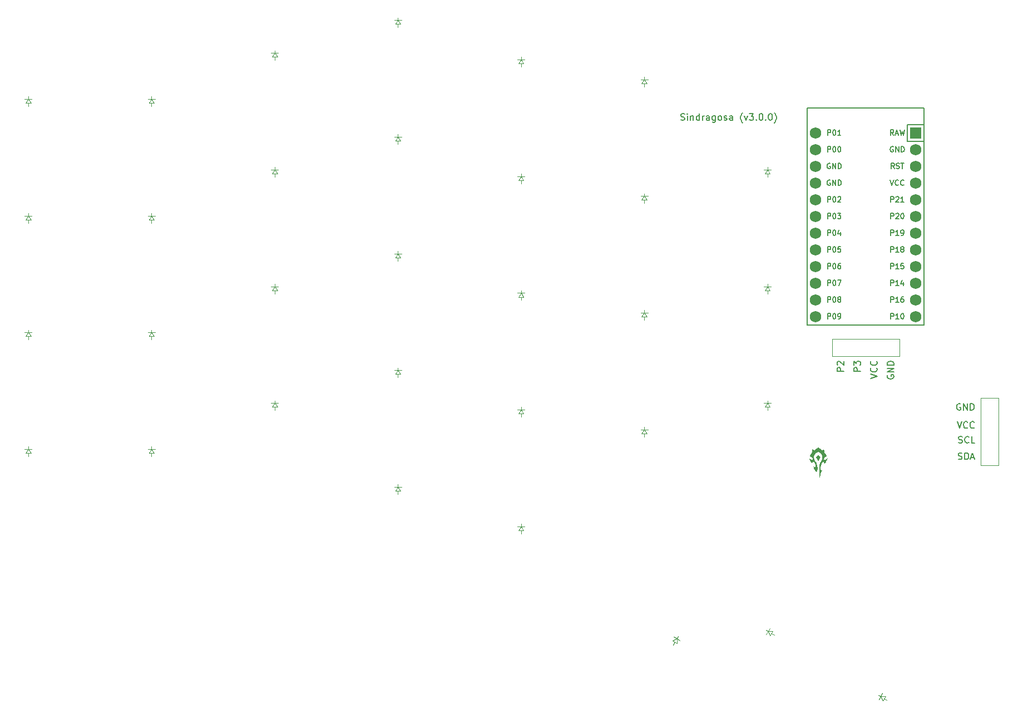
<source format=gbr>
%TF.GenerationSoftware,KiCad,Pcbnew,9.0.7*%
%TF.CreationDate,2026-01-28T22:46:33+01:00*%
%TF.ProjectId,board_left_finished,626f6172-645f-46c6-9566-745f66696e69,v1.0.0*%
%TF.SameCoordinates,Original*%
%TF.FileFunction,Legend,Top*%
%TF.FilePolarity,Positive*%
%FSLAX46Y46*%
G04 Gerber Fmt 4.6, Leading zero omitted, Abs format (unit mm)*
G04 Created by KiCad (PCBNEW 9.0.7) date 2026-01-28 22:46:33*
%MOMM*%
%LPD*%
G01*
G04 APERTURE LIST*
%ADD10C,0.000000*%
%ADD11C,0.200000*%
%ADD12C,0.150000*%
%ADD13C,0.100000*%
%ADD14C,0.120000*%
%ADD15R,1.752600X1.752600*%
%ADD16C,1.752600*%
G04 APERTURE END LIST*
D10*
G36*
X226275760Y-130800203D02*
G01*
X226317934Y-130842168D01*
X226367633Y-130893968D01*
X226393619Y-130922302D01*
X226419464Y-130951590D01*
X226444495Y-130981331D01*
X226468037Y-131011024D01*
X226489416Y-131040167D01*
X226507959Y-131068258D01*
X226515956Y-131081753D01*
X226522991Y-131094797D01*
X226528980Y-131107328D01*
X226533838Y-131119282D01*
X226535337Y-131124416D01*
X226536218Y-131129906D01*
X226536507Y-131135742D01*
X226536227Y-131141914D01*
X226535404Y-131148409D01*
X226534062Y-131155217D01*
X226532225Y-131162328D01*
X226529919Y-131169730D01*
X226523994Y-131185364D01*
X226516483Y-131202032D01*
X226507583Y-131219646D01*
X226497490Y-131238121D01*
X226486400Y-131257367D01*
X226474509Y-131277298D01*
X226449109Y-131318865D01*
X226422860Y-131362123D01*
X226409907Y-131384167D01*
X226397331Y-131406373D01*
X226384162Y-131431095D01*
X226372013Y-131455663D01*
X226360768Y-131480008D01*
X226350307Y-131504064D01*
X226331266Y-131551045D01*
X226313942Y-131596071D01*
X226297389Y-131638611D01*
X226280661Y-131678132D01*
X226271934Y-131696593D01*
X226262809Y-131714100D01*
X226253166Y-131730586D01*
X226242887Y-131745984D01*
X226216586Y-131772119D01*
X226215063Y-131763623D01*
X226209917Y-131739340D01*
X226205717Y-131721845D01*
X226200287Y-131701083D01*
X226193520Y-131677280D01*
X226185308Y-131650663D01*
X226175544Y-131621458D01*
X226164119Y-131589891D01*
X226150925Y-131556189D01*
X226135856Y-131520578D01*
X226118802Y-131483285D01*
X226099656Y-131444536D01*
X226078310Y-131404557D01*
X226066778Y-131384178D01*
X226054656Y-131363576D01*
X226035612Y-131332898D01*
X226017417Y-131305477D01*
X226000174Y-131281060D01*
X225983988Y-131259393D01*
X225968964Y-131240225D01*
X225955204Y-131223303D01*
X225931898Y-131195187D01*
X225922560Y-131183488D01*
X225914903Y-131173024D01*
X225909033Y-131163543D01*
X225905053Y-131154793D01*
X225903804Y-131150613D01*
X225903067Y-131146521D01*
X225902854Y-131142485D01*
X225903179Y-131138474D01*
X225904055Y-131134457D01*
X225905495Y-131130401D01*
X225907511Y-131126275D01*
X225910117Y-131122048D01*
X225931640Y-131091049D01*
X225951174Y-131064384D01*
X225969044Y-131041398D01*
X225985574Y-131021437D01*
X226001089Y-131003848D01*
X226015913Y-130987975D01*
X226044789Y-130958764D01*
X226074801Y-130928569D01*
X226091044Y-130911468D01*
X226108545Y-130892158D01*
X226127629Y-130869986D01*
X226148620Y-130844297D01*
X226171843Y-130814438D01*
X226197622Y-130779753D01*
X226235550Y-130761817D01*
X226275760Y-130800203D01*
G37*
G36*
X226281353Y-129654027D02*
G01*
X226358956Y-129709700D01*
X226451117Y-129777479D01*
X226548324Y-129851502D01*
X226595847Y-129889023D01*
X226641066Y-129925906D01*
X226682791Y-129961418D01*
X226719834Y-129994827D01*
X226751006Y-130025399D01*
X226775118Y-130052402D01*
X226801656Y-130050147D01*
X226826943Y-130045653D01*
X226851005Y-130039220D01*
X226873869Y-130031150D01*
X226895562Y-130021743D01*
X226916110Y-130011298D01*
X226935539Y-130000118D01*
X226953876Y-129988501D01*
X227016835Y-129943685D01*
X227042453Y-129926474D01*
X227053889Y-129920219D01*
X227064445Y-129915933D01*
X227074148Y-129913914D01*
X227083024Y-129914465D01*
X227091101Y-129917885D01*
X227098403Y-129924475D01*
X227104959Y-129934536D01*
X227110794Y-129948367D01*
X227115935Y-129966269D01*
X227120408Y-129988543D01*
X227124240Y-130015490D01*
X227127458Y-130047409D01*
X227132157Y-130127368D01*
X227134716Y-130230824D01*
X227135348Y-130360180D01*
X227198104Y-130438204D01*
X227262429Y-130519576D01*
X227336167Y-130614826D01*
X227409905Y-130713181D01*
X227443832Y-130760157D01*
X227474229Y-130803869D01*
X227499920Y-130842972D01*
X227519727Y-130876119D01*
X227532474Y-130901963D01*
X227535833Y-130911726D01*
X227536985Y-130919159D01*
X227308916Y-131058901D01*
X227287525Y-131076353D01*
X227266293Y-131095239D01*
X227245385Y-131115628D01*
X227224969Y-131137589D01*
X227205209Y-131161190D01*
X227186272Y-131186498D01*
X227168325Y-131213583D01*
X227151534Y-131242512D01*
X227136065Y-131273353D01*
X227122085Y-131306175D01*
X227109759Y-131341047D01*
X227099254Y-131378035D01*
X227090737Y-131417210D01*
X227084373Y-131458638D01*
X227080329Y-131502387D01*
X227078771Y-131548528D01*
X227103826Y-131550376D01*
X227128279Y-131550793D01*
X227152142Y-131549853D01*
X227175426Y-131547628D01*
X227198144Y-131544193D01*
X227220309Y-131539619D01*
X227241931Y-131533981D01*
X227263024Y-131527352D01*
X227283599Y-131519805D01*
X227303669Y-131511413D01*
X227342341Y-131492388D01*
X227379137Y-131470865D01*
X227414154Y-131447429D01*
X227641891Y-131261453D01*
X227634962Y-131303543D01*
X227621919Y-131353377D01*
X227603507Y-131409641D01*
X227580469Y-131471020D01*
X227553550Y-131536200D01*
X227523493Y-131603867D01*
X227456941Y-131741406D01*
X227386766Y-131873123D01*
X227352180Y-131933512D01*
X227318920Y-131988504D01*
X227287730Y-132036784D01*
X227259354Y-132077037D01*
X227234535Y-132107950D01*
X227214019Y-132128209D01*
X227188688Y-132075511D01*
X227162353Y-132025834D01*
X227134983Y-131980321D01*
X227120899Y-131959484D01*
X227106544Y-131940117D01*
X227091914Y-131922364D01*
X227077005Y-131906367D01*
X227061813Y-131892270D01*
X227046334Y-131880215D01*
X227030563Y-131870345D01*
X227014497Y-131862804D01*
X226998132Y-131857735D01*
X226981464Y-131855280D01*
X226964488Y-131855583D01*
X226947201Y-131858787D01*
X226929598Y-131865034D01*
X226911676Y-131874468D01*
X226893431Y-131887233D01*
X226874858Y-131903470D01*
X226855954Y-131923322D01*
X226836713Y-131946934D01*
X226817134Y-131974448D01*
X226797211Y-132006007D01*
X226776940Y-132041754D01*
X226756317Y-132081832D01*
X226735338Y-132126385D01*
X226714000Y-132175554D01*
X226692298Y-132229484D01*
X226670228Y-132288317D01*
X226645827Y-132358630D01*
X226625048Y-132424883D01*
X226607725Y-132487194D01*
X226593697Y-132545682D01*
X226582799Y-132600465D01*
X226574868Y-132651664D01*
X226569741Y-132699396D01*
X226567253Y-132743780D01*
X226567243Y-132784936D01*
X226569545Y-132822981D01*
X226573997Y-132858036D01*
X226580435Y-132890218D01*
X226588695Y-132919646D01*
X226598615Y-132946440D01*
X226610030Y-132970718D01*
X226622777Y-132992599D01*
X226636693Y-133012202D01*
X226651614Y-133029646D01*
X226667377Y-133045049D01*
X226683817Y-133058530D01*
X226718080Y-133080203D01*
X226753092Y-133095615D01*
X226787548Y-133105717D01*
X226820138Y-133111460D01*
X226849555Y-133113793D01*
X226874492Y-133113668D01*
X226837875Y-133152716D01*
X226804021Y-133192911D01*
X226772797Y-133234127D01*
X226744068Y-133276232D01*
X226717703Y-133319099D01*
X226693569Y-133362598D01*
X226651460Y-133450976D01*
X226616678Y-133540332D01*
X226588159Y-133629634D01*
X226564841Y-133717848D01*
X226545659Y-133803941D01*
X226489029Y-134106442D01*
X226474579Y-134166434D01*
X226457885Y-134218106D01*
X226437884Y-134260426D01*
X226426311Y-134277756D01*
X226413512Y-134292360D01*
X226404267Y-134226944D01*
X226396361Y-134125769D01*
X226385518Y-133836917D01*
X226382892Y-133467356D01*
X226390391Y-133058637D01*
X226409924Y-132652312D01*
X226424800Y-132463032D01*
X226443399Y-132289932D01*
X226465961Y-132138206D01*
X226492724Y-132013048D01*
X226523927Y-131919652D01*
X226541267Y-131886488D01*
X226559807Y-131863212D01*
X226601944Y-131817139D01*
X226647791Y-131754825D01*
X226694720Y-131678305D01*
X226740102Y-131589611D01*
X226781308Y-131490777D01*
X226799524Y-131438194D01*
X226815710Y-131383838D01*
X226829538Y-131327964D01*
X226840679Y-131270826D01*
X226848804Y-131212678D01*
X226853586Y-131153775D01*
X226854695Y-131094370D01*
X226851802Y-131034718D01*
X226844580Y-130975074D01*
X226832699Y-130915691D01*
X226815831Y-130856823D01*
X226793648Y-130798725D01*
X226765820Y-130741651D01*
X226732019Y-130685856D01*
X226691917Y-130631592D01*
X226645185Y-130579116D01*
X226591495Y-130528680D01*
X226530517Y-130480539D01*
X226461924Y-130434947D01*
X226385386Y-130392158D01*
X226300575Y-130352427D01*
X226207162Y-130316008D01*
X226113837Y-130352493D01*
X226029280Y-130392412D01*
X225953153Y-130435501D01*
X225885120Y-130481494D01*
X225824844Y-130530127D01*
X225771986Y-130581133D01*
X225726210Y-130634248D01*
X225687180Y-130689206D01*
X225654557Y-130745743D01*
X225628005Y-130803592D01*
X225607186Y-130862488D01*
X225591763Y-130922167D01*
X225581400Y-130982363D01*
X225575758Y-131042810D01*
X225574501Y-131103244D01*
X225577292Y-131163399D01*
X225583794Y-131223010D01*
X225593669Y-131281812D01*
X225606580Y-131339539D01*
X225622190Y-131395926D01*
X225660158Y-131503618D01*
X225704878Y-131602768D01*
X225753650Y-131691253D01*
X225803778Y-131766950D01*
X225852565Y-131827737D01*
X225897314Y-131871493D01*
X225908313Y-131882621D01*
X225919181Y-131897566D01*
X225940482Y-131937868D01*
X225961134Y-131990313D01*
X225981057Y-132052816D01*
X226000166Y-132123289D01*
X226018382Y-132199647D01*
X226051803Y-132361674D01*
X226133327Y-132827968D01*
X226133525Y-132848465D01*
X226131182Y-132876354D01*
X226126554Y-132910532D01*
X226119896Y-132949898D01*
X226101512Y-133039780D01*
X226078073Y-133137180D01*
X226051621Y-133233281D01*
X226037903Y-133278087D01*
X226024198Y-133319261D01*
X226010761Y-133355701D01*
X225997847Y-133386303D01*
X225985712Y-133409966D01*
X225974610Y-133425587D01*
X225956952Y-133411142D01*
X225938738Y-133394148D01*
X225900942Y-133353156D01*
X225861811Y-133303904D01*
X225821934Y-133247683D01*
X225781903Y-133185788D01*
X225742306Y-133119509D01*
X225703733Y-133050140D01*
X225666774Y-132978973D01*
X225632020Y-132907300D01*
X225600059Y-132836414D01*
X225571483Y-132767607D01*
X225546880Y-132702172D01*
X225526840Y-132641402D01*
X225511953Y-132586588D01*
X225502810Y-132539023D01*
X225500576Y-132518363D01*
X225500000Y-132500000D01*
X225525293Y-132522148D01*
X225549937Y-132541867D01*
X225573886Y-132559183D01*
X225597094Y-132574122D01*
X225619514Y-132586709D01*
X225641101Y-132596971D01*
X225661809Y-132604935D01*
X225681593Y-132610625D01*
X225700405Y-132614067D01*
X225718200Y-132615289D01*
X225734933Y-132614315D01*
X225750557Y-132611173D01*
X225765027Y-132605887D01*
X225778295Y-132598484D01*
X225790318Y-132588990D01*
X225801047Y-132577432D01*
X225810439Y-132563834D01*
X225818446Y-132548222D01*
X225825022Y-132530624D01*
X225830123Y-132511065D01*
X225833701Y-132489571D01*
X225835712Y-132466168D01*
X225836108Y-132440882D01*
X225834845Y-132413739D01*
X225831875Y-132384764D01*
X225827154Y-132353985D01*
X225820635Y-132321427D01*
X225812272Y-132287116D01*
X225802020Y-132251078D01*
X225789832Y-132213340D01*
X225775662Y-132173926D01*
X225759466Y-132132863D01*
X225741723Y-132091624D01*
X225723995Y-132054093D01*
X225706303Y-132020144D01*
X225688669Y-131989648D01*
X225671115Y-131962478D01*
X225653663Y-131938505D01*
X225636334Y-131917604D01*
X225619151Y-131899645D01*
X225602134Y-131884502D01*
X225585305Y-131872046D01*
X225568687Y-131862150D01*
X225552301Y-131854687D01*
X225536169Y-131849529D01*
X225520312Y-131846547D01*
X225504753Y-131845616D01*
X225489512Y-131846606D01*
X225474612Y-131849391D01*
X225460075Y-131853842D01*
X225445922Y-131859832D01*
X225432174Y-131867234D01*
X225418855Y-131875919D01*
X225405985Y-131885761D01*
X225393586Y-131896632D01*
X225381680Y-131908403D01*
X225359433Y-131934138D01*
X225339419Y-131961945D01*
X225321811Y-131990804D01*
X225306784Y-132019693D01*
X225288359Y-132010568D01*
X225269892Y-131999411D01*
X225251422Y-131986335D01*
X225232984Y-131971453D01*
X225214617Y-131954877D01*
X225196358Y-131936721D01*
X225160313Y-131896119D01*
X225125146Y-131850551D01*
X225091157Y-131800920D01*
X225058643Y-131748130D01*
X225027903Y-131693083D01*
X224999236Y-131636685D01*
X224972940Y-131579837D01*
X224949313Y-131523444D01*
X224928653Y-131468409D01*
X224911260Y-131415636D01*
X224897432Y-131366027D01*
X224887466Y-131320487D01*
X224881662Y-131279919D01*
X224905382Y-131296926D01*
X224929086Y-131315580D01*
X224977416Y-131356126D01*
X225002527Y-131377169D01*
X225028592Y-131398161D01*
X225055853Y-131418675D01*
X225084554Y-131438288D01*
X225099521Y-131447624D01*
X225114938Y-131456575D01*
X225130836Y-131465089D01*
X225147245Y-131473112D01*
X225164197Y-131480591D01*
X225181720Y-131487473D01*
X225199846Y-131493705D01*
X225218605Y-131499234D01*
X225238027Y-131504008D01*
X225258142Y-131507972D01*
X225278981Y-131511073D01*
X225300574Y-131513260D01*
X225322952Y-131514478D01*
X225346144Y-131514675D01*
X225370181Y-131513797D01*
X225395094Y-131511791D01*
X225393489Y-131465857D01*
X225389306Y-131422708D01*
X225382719Y-131382248D01*
X225373900Y-131344383D01*
X225363020Y-131309020D01*
X225350252Y-131276062D01*
X225335770Y-131245417D01*
X225319744Y-131216989D01*
X225302347Y-131190684D01*
X225283752Y-131166407D01*
X225264131Y-131144064D01*
X225243657Y-131123560D01*
X225222501Y-131104801D01*
X225200836Y-131087693D01*
X225178835Y-131072140D01*
X225156669Y-131058048D01*
X224920318Y-130954188D01*
X224921471Y-130942486D01*
X224924829Y-130928801D01*
X224937576Y-130896102D01*
X224957384Y-130857324D01*
X224983074Y-130813704D01*
X225013471Y-130766477D01*
X225047399Y-130716877D01*
X225121137Y-130615498D01*
X225194875Y-130519450D01*
X225259199Y-130438611D01*
X225321955Y-130362084D01*
X225324635Y-130100230D01*
X225328187Y-130013671D01*
X225333690Y-129952500D01*
X225341503Y-129913573D01*
X225346387Y-129901468D01*
X225351983Y-129893745D01*
X225358334Y-129890011D01*
X225365487Y-129889873D01*
X225373486Y-129892938D01*
X225382374Y-129898813D01*
X225403002Y-129917421D01*
X225427728Y-129942554D01*
X225456910Y-129971067D01*
X225490906Y-129999817D01*
X225530074Y-130025660D01*
X225551709Y-130036508D01*
X225574771Y-130045451D01*
X225599305Y-130052096D01*
X225625356Y-130056048D01*
X225652968Y-130056916D01*
X225682186Y-130054306D01*
X225705830Y-130027282D01*
X225735682Y-129996649D01*
X225770674Y-129963147D01*
X225809739Y-129927513D01*
X225895821Y-129852804D01*
X225985392Y-129778432D01*
X226140860Y-129654325D01*
X226207858Y-129602453D01*
X226281353Y-129654027D01*
G37*
D11*
X205322054Y-79819600D02*
X205464911Y-79867219D01*
X205464911Y-79867219D02*
X205703006Y-79867219D01*
X205703006Y-79867219D02*
X205798244Y-79819600D01*
X205798244Y-79819600D02*
X205845863Y-79771980D01*
X205845863Y-79771980D02*
X205893482Y-79676742D01*
X205893482Y-79676742D02*
X205893482Y-79581504D01*
X205893482Y-79581504D02*
X205845863Y-79486266D01*
X205845863Y-79486266D02*
X205798244Y-79438647D01*
X205798244Y-79438647D02*
X205703006Y-79391028D01*
X205703006Y-79391028D02*
X205512530Y-79343409D01*
X205512530Y-79343409D02*
X205417292Y-79295790D01*
X205417292Y-79295790D02*
X205369673Y-79248171D01*
X205369673Y-79248171D02*
X205322054Y-79152933D01*
X205322054Y-79152933D02*
X205322054Y-79057695D01*
X205322054Y-79057695D02*
X205369673Y-78962457D01*
X205369673Y-78962457D02*
X205417292Y-78914838D01*
X205417292Y-78914838D02*
X205512530Y-78867219D01*
X205512530Y-78867219D02*
X205750625Y-78867219D01*
X205750625Y-78867219D02*
X205893482Y-78914838D01*
X206322054Y-79867219D02*
X206322054Y-79200552D01*
X206322054Y-78867219D02*
X206274435Y-78914838D01*
X206274435Y-78914838D02*
X206322054Y-78962457D01*
X206322054Y-78962457D02*
X206369673Y-78914838D01*
X206369673Y-78914838D02*
X206322054Y-78867219D01*
X206322054Y-78867219D02*
X206322054Y-78962457D01*
X206798244Y-79200552D02*
X206798244Y-79867219D01*
X206798244Y-79295790D02*
X206845863Y-79248171D01*
X206845863Y-79248171D02*
X206941101Y-79200552D01*
X206941101Y-79200552D02*
X207083958Y-79200552D01*
X207083958Y-79200552D02*
X207179196Y-79248171D01*
X207179196Y-79248171D02*
X207226815Y-79343409D01*
X207226815Y-79343409D02*
X207226815Y-79867219D01*
X208131577Y-79867219D02*
X208131577Y-78867219D01*
X208131577Y-79819600D02*
X208036339Y-79867219D01*
X208036339Y-79867219D02*
X207845863Y-79867219D01*
X207845863Y-79867219D02*
X207750625Y-79819600D01*
X207750625Y-79819600D02*
X207703006Y-79771980D01*
X207703006Y-79771980D02*
X207655387Y-79676742D01*
X207655387Y-79676742D02*
X207655387Y-79391028D01*
X207655387Y-79391028D02*
X207703006Y-79295790D01*
X207703006Y-79295790D02*
X207750625Y-79248171D01*
X207750625Y-79248171D02*
X207845863Y-79200552D01*
X207845863Y-79200552D02*
X208036339Y-79200552D01*
X208036339Y-79200552D02*
X208131577Y-79248171D01*
X208607768Y-79867219D02*
X208607768Y-79200552D01*
X208607768Y-79391028D02*
X208655387Y-79295790D01*
X208655387Y-79295790D02*
X208703006Y-79248171D01*
X208703006Y-79248171D02*
X208798244Y-79200552D01*
X208798244Y-79200552D02*
X208893482Y-79200552D01*
X209655387Y-79867219D02*
X209655387Y-79343409D01*
X209655387Y-79343409D02*
X209607768Y-79248171D01*
X209607768Y-79248171D02*
X209512530Y-79200552D01*
X209512530Y-79200552D02*
X209322054Y-79200552D01*
X209322054Y-79200552D02*
X209226816Y-79248171D01*
X209655387Y-79819600D02*
X209560149Y-79867219D01*
X209560149Y-79867219D02*
X209322054Y-79867219D01*
X209322054Y-79867219D02*
X209226816Y-79819600D01*
X209226816Y-79819600D02*
X209179197Y-79724361D01*
X209179197Y-79724361D02*
X209179197Y-79629123D01*
X209179197Y-79629123D02*
X209226816Y-79533885D01*
X209226816Y-79533885D02*
X209322054Y-79486266D01*
X209322054Y-79486266D02*
X209560149Y-79486266D01*
X209560149Y-79486266D02*
X209655387Y-79438647D01*
X210560149Y-79200552D02*
X210560149Y-80010076D01*
X210560149Y-80010076D02*
X210512530Y-80105314D01*
X210512530Y-80105314D02*
X210464911Y-80152933D01*
X210464911Y-80152933D02*
X210369673Y-80200552D01*
X210369673Y-80200552D02*
X210226816Y-80200552D01*
X210226816Y-80200552D02*
X210131578Y-80152933D01*
X210560149Y-79819600D02*
X210464911Y-79867219D01*
X210464911Y-79867219D02*
X210274435Y-79867219D01*
X210274435Y-79867219D02*
X210179197Y-79819600D01*
X210179197Y-79819600D02*
X210131578Y-79771980D01*
X210131578Y-79771980D02*
X210083959Y-79676742D01*
X210083959Y-79676742D02*
X210083959Y-79391028D01*
X210083959Y-79391028D02*
X210131578Y-79295790D01*
X210131578Y-79295790D02*
X210179197Y-79248171D01*
X210179197Y-79248171D02*
X210274435Y-79200552D01*
X210274435Y-79200552D02*
X210464911Y-79200552D01*
X210464911Y-79200552D02*
X210560149Y-79248171D01*
X211179197Y-79867219D02*
X211083959Y-79819600D01*
X211083959Y-79819600D02*
X211036340Y-79771980D01*
X211036340Y-79771980D02*
X210988721Y-79676742D01*
X210988721Y-79676742D02*
X210988721Y-79391028D01*
X210988721Y-79391028D02*
X211036340Y-79295790D01*
X211036340Y-79295790D02*
X211083959Y-79248171D01*
X211083959Y-79248171D02*
X211179197Y-79200552D01*
X211179197Y-79200552D02*
X211322054Y-79200552D01*
X211322054Y-79200552D02*
X211417292Y-79248171D01*
X211417292Y-79248171D02*
X211464911Y-79295790D01*
X211464911Y-79295790D02*
X211512530Y-79391028D01*
X211512530Y-79391028D02*
X211512530Y-79676742D01*
X211512530Y-79676742D02*
X211464911Y-79771980D01*
X211464911Y-79771980D02*
X211417292Y-79819600D01*
X211417292Y-79819600D02*
X211322054Y-79867219D01*
X211322054Y-79867219D02*
X211179197Y-79867219D01*
X211893483Y-79819600D02*
X211988721Y-79867219D01*
X211988721Y-79867219D02*
X212179197Y-79867219D01*
X212179197Y-79867219D02*
X212274435Y-79819600D01*
X212274435Y-79819600D02*
X212322054Y-79724361D01*
X212322054Y-79724361D02*
X212322054Y-79676742D01*
X212322054Y-79676742D02*
X212274435Y-79581504D01*
X212274435Y-79581504D02*
X212179197Y-79533885D01*
X212179197Y-79533885D02*
X212036340Y-79533885D01*
X212036340Y-79533885D02*
X211941102Y-79486266D01*
X211941102Y-79486266D02*
X211893483Y-79391028D01*
X211893483Y-79391028D02*
X211893483Y-79343409D01*
X211893483Y-79343409D02*
X211941102Y-79248171D01*
X211941102Y-79248171D02*
X212036340Y-79200552D01*
X212036340Y-79200552D02*
X212179197Y-79200552D01*
X212179197Y-79200552D02*
X212274435Y-79248171D01*
X213179197Y-79867219D02*
X213179197Y-79343409D01*
X213179197Y-79343409D02*
X213131578Y-79248171D01*
X213131578Y-79248171D02*
X213036340Y-79200552D01*
X213036340Y-79200552D02*
X212845864Y-79200552D01*
X212845864Y-79200552D02*
X212750626Y-79248171D01*
X213179197Y-79819600D02*
X213083959Y-79867219D01*
X213083959Y-79867219D02*
X212845864Y-79867219D01*
X212845864Y-79867219D02*
X212750626Y-79819600D01*
X212750626Y-79819600D02*
X212703007Y-79724361D01*
X212703007Y-79724361D02*
X212703007Y-79629123D01*
X212703007Y-79629123D02*
X212750626Y-79533885D01*
X212750626Y-79533885D02*
X212845864Y-79486266D01*
X212845864Y-79486266D02*
X213083959Y-79486266D01*
X213083959Y-79486266D02*
X213179197Y-79438647D01*
X214703007Y-80248171D02*
X214655388Y-80200552D01*
X214655388Y-80200552D02*
X214560150Y-80057695D01*
X214560150Y-80057695D02*
X214512531Y-79962457D01*
X214512531Y-79962457D02*
X214464912Y-79819600D01*
X214464912Y-79819600D02*
X214417293Y-79581504D01*
X214417293Y-79581504D02*
X214417293Y-79391028D01*
X214417293Y-79391028D02*
X214464912Y-79152933D01*
X214464912Y-79152933D02*
X214512531Y-79010076D01*
X214512531Y-79010076D02*
X214560150Y-78914838D01*
X214560150Y-78914838D02*
X214655388Y-78771980D01*
X214655388Y-78771980D02*
X214703007Y-78724361D01*
X214988722Y-79200552D02*
X215226817Y-79867219D01*
X215226817Y-79867219D02*
X215464912Y-79200552D01*
X215750627Y-78867219D02*
X216369674Y-78867219D01*
X216369674Y-78867219D02*
X216036341Y-79248171D01*
X216036341Y-79248171D02*
X216179198Y-79248171D01*
X216179198Y-79248171D02*
X216274436Y-79295790D01*
X216274436Y-79295790D02*
X216322055Y-79343409D01*
X216322055Y-79343409D02*
X216369674Y-79438647D01*
X216369674Y-79438647D02*
X216369674Y-79676742D01*
X216369674Y-79676742D02*
X216322055Y-79771980D01*
X216322055Y-79771980D02*
X216274436Y-79819600D01*
X216274436Y-79819600D02*
X216179198Y-79867219D01*
X216179198Y-79867219D02*
X215893484Y-79867219D01*
X215893484Y-79867219D02*
X215798246Y-79819600D01*
X215798246Y-79819600D02*
X215750627Y-79771980D01*
X216798246Y-79771980D02*
X216845865Y-79819600D01*
X216845865Y-79819600D02*
X216798246Y-79867219D01*
X216798246Y-79867219D02*
X216750627Y-79819600D01*
X216750627Y-79819600D02*
X216798246Y-79771980D01*
X216798246Y-79771980D02*
X216798246Y-79867219D01*
X217464912Y-78867219D02*
X217560150Y-78867219D01*
X217560150Y-78867219D02*
X217655388Y-78914838D01*
X217655388Y-78914838D02*
X217703007Y-78962457D01*
X217703007Y-78962457D02*
X217750626Y-79057695D01*
X217750626Y-79057695D02*
X217798245Y-79248171D01*
X217798245Y-79248171D02*
X217798245Y-79486266D01*
X217798245Y-79486266D02*
X217750626Y-79676742D01*
X217750626Y-79676742D02*
X217703007Y-79771980D01*
X217703007Y-79771980D02*
X217655388Y-79819600D01*
X217655388Y-79819600D02*
X217560150Y-79867219D01*
X217560150Y-79867219D02*
X217464912Y-79867219D01*
X217464912Y-79867219D02*
X217369674Y-79819600D01*
X217369674Y-79819600D02*
X217322055Y-79771980D01*
X217322055Y-79771980D02*
X217274436Y-79676742D01*
X217274436Y-79676742D02*
X217226817Y-79486266D01*
X217226817Y-79486266D02*
X217226817Y-79248171D01*
X217226817Y-79248171D02*
X217274436Y-79057695D01*
X217274436Y-79057695D02*
X217322055Y-78962457D01*
X217322055Y-78962457D02*
X217369674Y-78914838D01*
X217369674Y-78914838D02*
X217464912Y-78867219D01*
X218226817Y-79771980D02*
X218274436Y-79819600D01*
X218274436Y-79819600D02*
X218226817Y-79867219D01*
X218226817Y-79867219D02*
X218179198Y-79819600D01*
X218179198Y-79819600D02*
X218226817Y-79771980D01*
X218226817Y-79771980D02*
X218226817Y-79867219D01*
X218893483Y-78867219D02*
X218988721Y-78867219D01*
X218988721Y-78867219D02*
X219083959Y-78914838D01*
X219083959Y-78914838D02*
X219131578Y-78962457D01*
X219131578Y-78962457D02*
X219179197Y-79057695D01*
X219179197Y-79057695D02*
X219226816Y-79248171D01*
X219226816Y-79248171D02*
X219226816Y-79486266D01*
X219226816Y-79486266D02*
X219179197Y-79676742D01*
X219179197Y-79676742D02*
X219131578Y-79771980D01*
X219131578Y-79771980D02*
X219083959Y-79819600D01*
X219083959Y-79819600D02*
X218988721Y-79867219D01*
X218988721Y-79867219D02*
X218893483Y-79867219D01*
X218893483Y-79867219D02*
X218798245Y-79819600D01*
X218798245Y-79819600D02*
X218750626Y-79771980D01*
X218750626Y-79771980D02*
X218703007Y-79676742D01*
X218703007Y-79676742D02*
X218655388Y-79486266D01*
X218655388Y-79486266D02*
X218655388Y-79248171D01*
X218655388Y-79248171D02*
X218703007Y-79057695D01*
X218703007Y-79057695D02*
X218750626Y-78962457D01*
X218750626Y-78962457D02*
X218798245Y-78914838D01*
X218798245Y-78914838D02*
X218893483Y-78867219D01*
X219560150Y-80248171D02*
X219607769Y-80200552D01*
X219607769Y-80200552D02*
X219703007Y-80057695D01*
X219703007Y-80057695D02*
X219750626Y-79962457D01*
X219750626Y-79962457D02*
X219798245Y-79819600D01*
X219798245Y-79819600D02*
X219845864Y-79581504D01*
X219845864Y-79581504D02*
X219845864Y-79391028D01*
X219845864Y-79391028D02*
X219798245Y-79152933D01*
X219798245Y-79152933D02*
X219750626Y-79010076D01*
X219750626Y-79010076D02*
X219703007Y-78914838D01*
X219703007Y-78914838D02*
X219607769Y-78771980D01*
X219607769Y-78771980D02*
X219560150Y-78724361D01*
D12*
X247532268Y-131407200D02*
X247675125Y-131454819D01*
X247675125Y-131454819D02*
X247913220Y-131454819D01*
X247913220Y-131454819D02*
X248008458Y-131407200D01*
X248008458Y-131407200D02*
X248056077Y-131359580D01*
X248056077Y-131359580D02*
X248103696Y-131264342D01*
X248103696Y-131264342D02*
X248103696Y-131169104D01*
X248103696Y-131169104D02*
X248056077Y-131073866D01*
X248056077Y-131073866D02*
X248008458Y-131026247D01*
X248008458Y-131026247D02*
X247913220Y-130978628D01*
X247913220Y-130978628D02*
X247722744Y-130931009D01*
X247722744Y-130931009D02*
X247627506Y-130883390D01*
X247627506Y-130883390D02*
X247579887Y-130835771D01*
X247579887Y-130835771D02*
X247532268Y-130740533D01*
X247532268Y-130740533D02*
X247532268Y-130645295D01*
X247532268Y-130645295D02*
X247579887Y-130550057D01*
X247579887Y-130550057D02*
X247627506Y-130502438D01*
X247627506Y-130502438D02*
X247722744Y-130454819D01*
X247722744Y-130454819D02*
X247960839Y-130454819D01*
X247960839Y-130454819D02*
X248103696Y-130502438D01*
X248532268Y-131454819D02*
X248532268Y-130454819D01*
X248532268Y-130454819D02*
X248770363Y-130454819D01*
X248770363Y-130454819D02*
X248913220Y-130502438D01*
X248913220Y-130502438D02*
X249008458Y-130597676D01*
X249008458Y-130597676D02*
X249056077Y-130692914D01*
X249056077Y-130692914D02*
X249103696Y-130883390D01*
X249103696Y-130883390D02*
X249103696Y-131026247D01*
X249103696Y-131026247D02*
X249056077Y-131216723D01*
X249056077Y-131216723D02*
X249008458Y-131311961D01*
X249008458Y-131311961D02*
X248913220Y-131407200D01*
X248913220Y-131407200D02*
X248770363Y-131454819D01*
X248770363Y-131454819D02*
X248532268Y-131454819D01*
X249484649Y-131169104D02*
X249960839Y-131169104D01*
X249389411Y-131454819D02*
X249722744Y-130454819D01*
X249722744Y-130454819D02*
X250056077Y-131454819D01*
X247865601Y-123002438D02*
X247770363Y-122954819D01*
X247770363Y-122954819D02*
X247627506Y-122954819D01*
X247627506Y-122954819D02*
X247484649Y-123002438D01*
X247484649Y-123002438D02*
X247389411Y-123097676D01*
X247389411Y-123097676D02*
X247341792Y-123192914D01*
X247341792Y-123192914D02*
X247294173Y-123383390D01*
X247294173Y-123383390D02*
X247294173Y-123526247D01*
X247294173Y-123526247D02*
X247341792Y-123716723D01*
X247341792Y-123716723D02*
X247389411Y-123811961D01*
X247389411Y-123811961D02*
X247484649Y-123907200D01*
X247484649Y-123907200D02*
X247627506Y-123954819D01*
X247627506Y-123954819D02*
X247722744Y-123954819D01*
X247722744Y-123954819D02*
X247865601Y-123907200D01*
X247865601Y-123907200D02*
X247913220Y-123859580D01*
X247913220Y-123859580D02*
X247913220Y-123526247D01*
X247913220Y-123526247D02*
X247722744Y-123526247D01*
X248341792Y-123954819D02*
X248341792Y-122954819D01*
X248341792Y-122954819D02*
X248913220Y-123954819D01*
X248913220Y-123954819D02*
X248913220Y-122954819D01*
X249389411Y-123954819D02*
X249389411Y-122954819D01*
X249389411Y-122954819D02*
X249627506Y-122954819D01*
X249627506Y-122954819D02*
X249770363Y-123002438D01*
X249770363Y-123002438D02*
X249865601Y-123097676D01*
X249865601Y-123097676D02*
X249913220Y-123192914D01*
X249913220Y-123192914D02*
X249960839Y-123383390D01*
X249960839Y-123383390D02*
X249960839Y-123526247D01*
X249960839Y-123526247D02*
X249913220Y-123716723D01*
X249913220Y-123716723D02*
X249865601Y-123811961D01*
X249865601Y-123811961D02*
X249770363Y-123907200D01*
X249770363Y-123907200D02*
X249627506Y-123954819D01*
X249627506Y-123954819D02*
X249389411Y-123954819D01*
X247579887Y-128907200D02*
X247722744Y-128954819D01*
X247722744Y-128954819D02*
X247960839Y-128954819D01*
X247960839Y-128954819D02*
X248056077Y-128907200D01*
X248056077Y-128907200D02*
X248103696Y-128859580D01*
X248103696Y-128859580D02*
X248151315Y-128764342D01*
X248151315Y-128764342D02*
X248151315Y-128669104D01*
X248151315Y-128669104D02*
X248103696Y-128573866D01*
X248103696Y-128573866D02*
X248056077Y-128526247D01*
X248056077Y-128526247D02*
X247960839Y-128478628D01*
X247960839Y-128478628D02*
X247770363Y-128431009D01*
X247770363Y-128431009D02*
X247675125Y-128383390D01*
X247675125Y-128383390D02*
X247627506Y-128335771D01*
X247627506Y-128335771D02*
X247579887Y-128240533D01*
X247579887Y-128240533D02*
X247579887Y-128145295D01*
X247579887Y-128145295D02*
X247627506Y-128050057D01*
X247627506Y-128050057D02*
X247675125Y-128002438D01*
X247675125Y-128002438D02*
X247770363Y-127954819D01*
X247770363Y-127954819D02*
X248008458Y-127954819D01*
X248008458Y-127954819D02*
X248151315Y-128002438D01*
X249151315Y-128859580D02*
X249103696Y-128907200D01*
X249103696Y-128907200D02*
X248960839Y-128954819D01*
X248960839Y-128954819D02*
X248865601Y-128954819D01*
X248865601Y-128954819D02*
X248722744Y-128907200D01*
X248722744Y-128907200D02*
X248627506Y-128811961D01*
X248627506Y-128811961D02*
X248579887Y-128716723D01*
X248579887Y-128716723D02*
X248532268Y-128526247D01*
X248532268Y-128526247D02*
X248532268Y-128383390D01*
X248532268Y-128383390D02*
X248579887Y-128192914D01*
X248579887Y-128192914D02*
X248627506Y-128097676D01*
X248627506Y-128097676D02*
X248722744Y-128002438D01*
X248722744Y-128002438D02*
X248865601Y-127954819D01*
X248865601Y-127954819D02*
X248960839Y-127954819D01*
X248960839Y-127954819D02*
X249103696Y-128002438D01*
X249103696Y-128002438D02*
X249151315Y-128050057D01*
X250056077Y-128954819D02*
X249579887Y-128954819D01*
X249579887Y-128954819D02*
X249579887Y-127954819D01*
X247389411Y-125704819D02*
X247722744Y-126704819D01*
X247722744Y-126704819D02*
X248056077Y-125704819D01*
X248960839Y-126609580D02*
X248913220Y-126657200D01*
X248913220Y-126657200D02*
X248770363Y-126704819D01*
X248770363Y-126704819D02*
X248675125Y-126704819D01*
X248675125Y-126704819D02*
X248532268Y-126657200D01*
X248532268Y-126657200D02*
X248437030Y-126561961D01*
X248437030Y-126561961D02*
X248389411Y-126466723D01*
X248389411Y-126466723D02*
X248341792Y-126276247D01*
X248341792Y-126276247D02*
X248341792Y-126133390D01*
X248341792Y-126133390D02*
X248389411Y-125942914D01*
X248389411Y-125942914D02*
X248437030Y-125847676D01*
X248437030Y-125847676D02*
X248532268Y-125752438D01*
X248532268Y-125752438D02*
X248675125Y-125704819D01*
X248675125Y-125704819D02*
X248770363Y-125704819D01*
X248770363Y-125704819D02*
X248913220Y-125752438D01*
X248913220Y-125752438D02*
X248960839Y-125800057D01*
X249960839Y-126609580D02*
X249913220Y-126657200D01*
X249913220Y-126657200D02*
X249770363Y-126704819D01*
X249770363Y-126704819D02*
X249675125Y-126704819D01*
X249675125Y-126704819D02*
X249532268Y-126657200D01*
X249532268Y-126657200D02*
X249437030Y-126561961D01*
X249437030Y-126561961D02*
X249389411Y-126466723D01*
X249389411Y-126466723D02*
X249341792Y-126276247D01*
X249341792Y-126276247D02*
X249341792Y-126133390D01*
X249341792Y-126133390D02*
X249389411Y-125942914D01*
X249389411Y-125942914D02*
X249437030Y-125847676D01*
X249437030Y-125847676D02*
X249532268Y-125752438D01*
X249532268Y-125752438D02*
X249675125Y-125704819D01*
X249675125Y-125704819D02*
X249770363Y-125704819D01*
X249770363Y-125704819D02*
X249913220Y-125752438D01*
X249913220Y-125752438D02*
X249960839Y-125800057D01*
X230099819Y-118062969D02*
X229099819Y-118062969D01*
X229099819Y-118062969D02*
X229099819Y-117682017D01*
X229099819Y-117682017D02*
X229147438Y-117586779D01*
X229147438Y-117586779D02*
X229195057Y-117539160D01*
X229195057Y-117539160D02*
X229290295Y-117491541D01*
X229290295Y-117491541D02*
X229433152Y-117491541D01*
X229433152Y-117491541D02*
X229528390Y-117539160D01*
X229528390Y-117539160D02*
X229576009Y-117586779D01*
X229576009Y-117586779D02*
X229623628Y-117682017D01*
X229623628Y-117682017D02*
X229623628Y-118062969D01*
X229195057Y-117110588D02*
X229147438Y-117062969D01*
X229147438Y-117062969D02*
X229099819Y-116967731D01*
X229099819Y-116967731D02*
X229099819Y-116729636D01*
X229099819Y-116729636D02*
X229147438Y-116634398D01*
X229147438Y-116634398D02*
X229195057Y-116586779D01*
X229195057Y-116586779D02*
X229290295Y-116539160D01*
X229290295Y-116539160D02*
X229385533Y-116539160D01*
X229385533Y-116539160D02*
X229528390Y-116586779D01*
X229528390Y-116586779D02*
X230099819Y-117158207D01*
X230099819Y-117158207D02*
X230099819Y-116539160D01*
X234179819Y-119110588D02*
X235179819Y-118777255D01*
X235179819Y-118777255D02*
X234179819Y-118443922D01*
X235084580Y-117539160D02*
X235132200Y-117586779D01*
X235132200Y-117586779D02*
X235179819Y-117729636D01*
X235179819Y-117729636D02*
X235179819Y-117824874D01*
X235179819Y-117824874D02*
X235132200Y-117967731D01*
X235132200Y-117967731D02*
X235036961Y-118062969D01*
X235036961Y-118062969D02*
X234941723Y-118110588D01*
X234941723Y-118110588D02*
X234751247Y-118158207D01*
X234751247Y-118158207D02*
X234608390Y-118158207D01*
X234608390Y-118158207D02*
X234417914Y-118110588D01*
X234417914Y-118110588D02*
X234322676Y-118062969D01*
X234322676Y-118062969D02*
X234227438Y-117967731D01*
X234227438Y-117967731D02*
X234179819Y-117824874D01*
X234179819Y-117824874D02*
X234179819Y-117729636D01*
X234179819Y-117729636D02*
X234227438Y-117586779D01*
X234227438Y-117586779D02*
X234275057Y-117539160D01*
X235084580Y-116539160D02*
X235132200Y-116586779D01*
X235132200Y-116586779D02*
X235179819Y-116729636D01*
X235179819Y-116729636D02*
X235179819Y-116824874D01*
X235179819Y-116824874D02*
X235132200Y-116967731D01*
X235132200Y-116967731D02*
X235036961Y-117062969D01*
X235036961Y-117062969D02*
X234941723Y-117110588D01*
X234941723Y-117110588D02*
X234751247Y-117158207D01*
X234751247Y-117158207D02*
X234608390Y-117158207D01*
X234608390Y-117158207D02*
X234417914Y-117110588D01*
X234417914Y-117110588D02*
X234322676Y-117062969D01*
X234322676Y-117062969D02*
X234227438Y-116967731D01*
X234227438Y-116967731D02*
X234179819Y-116824874D01*
X234179819Y-116824874D02*
X234179819Y-116729636D01*
X234179819Y-116729636D02*
X234227438Y-116586779D01*
X234227438Y-116586779D02*
X234275057Y-116539160D01*
X232639819Y-118062969D02*
X231639819Y-118062969D01*
X231639819Y-118062969D02*
X231639819Y-117682017D01*
X231639819Y-117682017D02*
X231687438Y-117586779D01*
X231687438Y-117586779D02*
X231735057Y-117539160D01*
X231735057Y-117539160D02*
X231830295Y-117491541D01*
X231830295Y-117491541D02*
X231973152Y-117491541D01*
X231973152Y-117491541D02*
X232068390Y-117539160D01*
X232068390Y-117539160D02*
X232116009Y-117586779D01*
X232116009Y-117586779D02*
X232163628Y-117682017D01*
X232163628Y-117682017D02*
X232163628Y-118062969D01*
X231639819Y-117158207D02*
X231639819Y-116539160D01*
X231639819Y-116539160D02*
X232020771Y-116872493D01*
X232020771Y-116872493D02*
X232020771Y-116729636D01*
X232020771Y-116729636D02*
X232068390Y-116634398D01*
X232068390Y-116634398D02*
X232116009Y-116586779D01*
X232116009Y-116586779D02*
X232211247Y-116539160D01*
X232211247Y-116539160D02*
X232449342Y-116539160D01*
X232449342Y-116539160D02*
X232544580Y-116586779D01*
X232544580Y-116586779D02*
X232592200Y-116634398D01*
X232592200Y-116634398D02*
X232639819Y-116729636D01*
X232639819Y-116729636D02*
X232639819Y-117015350D01*
X232639819Y-117015350D02*
X232592200Y-117110588D01*
X232592200Y-117110588D02*
X232544580Y-117158207D01*
X236767438Y-118634398D02*
X236719819Y-118729636D01*
X236719819Y-118729636D02*
X236719819Y-118872493D01*
X236719819Y-118872493D02*
X236767438Y-119015350D01*
X236767438Y-119015350D02*
X236862676Y-119110588D01*
X236862676Y-119110588D02*
X236957914Y-119158207D01*
X236957914Y-119158207D02*
X237148390Y-119205826D01*
X237148390Y-119205826D02*
X237291247Y-119205826D01*
X237291247Y-119205826D02*
X237481723Y-119158207D01*
X237481723Y-119158207D02*
X237576961Y-119110588D01*
X237576961Y-119110588D02*
X237672200Y-119015350D01*
X237672200Y-119015350D02*
X237719819Y-118872493D01*
X237719819Y-118872493D02*
X237719819Y-118777255D01*
X237719819Y-118777255D02*
X237672200Y-118634398D01*
X237672200Y-118634398D02*
X237624580Y-118586779D01*
X237624580Y-118586779D02*
X237291247Y-118586779D01*
X237291247Y-118586779D02*
X237291247Y-118777255D01*
X237719819Y-118158207D02*
X236719819Y-118158207D01*
X236719819Y-118158207D02*
X237719819Y-117586779D01*
X237719819Y-117586779D02*
X236719819Y-117586779D01*
X237719819Y-117110588D02*
X236719819Y-117110588D01*
X236719819Y-117110588D02*
X236719819Y-116872493D01*
X236719819Y-116872493D02*
X236767438Y-116729636D01*
X236767438Y-116729636D02*
X236862676Y-116634398D01*
X236862676Y-116634398D02*
X236957914Y-116586779D01*
X236957914Y-116586779D02*
X237148390Y-116539160D01*
X237148390Y-116539160D02*
X237291247Y-116539160D01*
X237291247Y-116539160D02*
X237481723Y-116586779D01*
X237481723Y-116586779D02*
X237576961Y-116634398D01*
X237576961Y-116634398D02*
X237672200Y-116729636D01*
X237672200Y-116729636D02*
X237719819Y-116872493D01*
X237719819Y-116872493D02*
X237719819Y-117110588D01*
X237188333Y-88962295D02*
X237455000Y-89762295D01*
X237455000Y-89762295D02*
X237721666Y-88962295D01*
X238445476Y-89686104D02*
X238407380Y-89724200D01*
X238407380Y-89724200D02*
X238293095Y-89762295D01*
X238293095Y-89762295D02*
X238216904Y-89762295D01*
X238216904Y-89762295D02*
X238102618Y-89724200D01*
X238102618Y-89724200D02*
X238026428Y-89648009D01*
X238026428Y-89648009D02*
X237988333Y-89571819D01*
X237988333Y-89571819D02*
X237950237Y-89419438D01*
X237950237Y-89419438D02*
X237950237Y-89305152D01*
X237950237Y-89305152D02*
X237988333Y-89152771D01*
X237988333Y-89152771D02*
X238026428Y-89076580D01*
X238026428Y-89076580D02*
X238102618Y-89000390D01*
X238102618Y-89000390D02*
X238216904Y-88962295D01*
X238216904Y-88962295D02*
X238293095Y-88962295D01*
X238293095Y-88962295D02*
X238407380Y-89000390D01*
X238407380Y-89000390D02*
X238445476Y-89038485D01*
X239245476Y-89686104D02*
X239207380Y-89724200D01*
X239207380Y-89724200D02*
X239093095Y-89762295D01*
X239093095Y-89762295D02*
X239016904Y-89762295D01*
X239016904Y-89762295D02*
X238902618Y-89724200D01*
X238902618Y-89724200D02*
X238826428Y-89648009D01*
X238826428Y-89648009D02*
X238788333Y-89571819D01*
X238788333Y-89571819D02*
X238750237Y-89419438D01*
X238750237Y-89419438D02*
X238750237Y-89305152D01*
X238750237Y-89305152D02*
X238788333Y-89152771D01*
X238788333Y-89152771D02*
X238826428Y-89076580D01*
X238826428Y-89076580D02*
X238902618Y-89000390D01*
X238902618Y-89000390D02*
X239016904Y-88962295D01*
X239016904Y-88962295D02*
X239093095Y-88962295D01*
X239093095Y-88962295D02*
X239207380Y-89000390D01*
X239207380Y-89000390D02*
X239245476Y-89038485D01*
X227683571Y-99922295D02*
X227683571Y-99122295D01*
X227683571Y-99122295D02*
X227988333Y-99122295D01*
X227988333Y-99122295D02*
X228064523Y-99160390D01*
X228064523Y-99160390D02*
X228102618Y-99198485D01*
X228102618Y-99198485D02*
X228140714Y-99274676D01*
X228140714Y-99274676D02*
X228140714Y-99388961D01*
X228140714Y-99388961D02*
X228102618Y-99465152D01*
X228102618Y-99465152D02*
X228064523Y-99503247D01*
X228064523Y-99503247D02*
X227988333Y-99541342D01*
X227988333Y-99541342D02*
X227683571Y-99541342D01*
X228635952Y-99122295D02*
X228712142Y-99122295D01*
X228712142Y-99122295D02*
X228788333Y-99160390D01*
X228788333Y-99160390D02*
X228826428Y-99198485D01*
X228826428Y-99198485D02*
X228864523Y-99274676D01*
X228864523Y-99274676D02*
X228902618Y-99427057D01*
X228902618Y-99427057D02*
X228902618Y-99617533D01*
X228902618Y-99617533D02*
X228864523Y-99769914D01*
X228864523Y-99769914D02*
X228826428Y-99846104D01*
X228826428Y-99846104D02*
X228788333Y-99884200D01*
X228788333Y-99884200D02*
X228712142Y-99922295D01*
X228712142Y-99922295D02*
X228635952Y-99922295D01*
X228635952Y-99922295D02*
X228559761Y-99884200D01*
X228559761Y-99884200D02*
X228521666Y-99846104D01*
X228521666Y-99846104D02*
X228483571Y-99769914D01*
X228483571Y-99769914D02*
X228445475Y-99617533D01*
X228445475Y-99617533D02*
X228445475Y-99427057D01*
X228445475Y-99427057D02*
X228483571Y-99274676D01*
X228483571Y-99274676D02*
X228521666Y-99198485D01*
X228521666Y-99198485D02*
X228559761Y-99160390D01*
X228559761Y-99160390D02*
X228635952Y-99122295D01*
X229626428Y-99122295D02*
X229245476Y-99122295D01*
X229245476Y-99122295D02*
X229207380Y-99503247D01*
X229207380Y-99503247D02*
X229245476Y-99465152D01*
X229245476Y-99465152D02*
X229321666Y-99427057D01*
X229321666Y-99427057D02*
X229512142Y-99427057D01*
X229512142Y-99427057D02*
X229588333Y-99465152D01*
X229588333Y-99465152D02*
X229626428Y-99503247D01*
X229626428Y-99503247D02*
X229664523Y-99579438D01*
X229664523Y-99579438D02*
X229664523Y-99769914D01*
X229664523Y-99769914D02*
X229626428Y-99846104D01*
X229626428Y-99846104D02*
X229588333Y-99884200D01*
X229588333Y-99884200D02*
X229512142Y-99922295D01*
X229512142Y-99922295D02*
X229321666Y-99922295D01*
X229321666Y-99922295D02*
X229245476Y-99884200D01*
X229245476Y-99884200D02*
X229207380Y-99846104D01*
X237283571Y-107542295D02*
X237283571Y-106742295D01*
X237283571Y-106742295D02*
X237588333Y-106742295D01*
X237588333Y-106742295D02*
X237664523Y-106780390D01*
X237664523Y-106780390D02*
X237702618Y-106818485D01*
X237702618Y-106818485D02*
X237740714Y-106894676D01*
X237740714Y-106894676D02*
X237740714Y-107008961D01*
X237740714Y-107008961D02*
X237702618Y-107085152D01*
X237702618Y-107085152D02*
X237664523Y-107123247D01*
X237664523Y-107123247D02*
X237588333Y-107161342D01*
X237588333Y-107161342D02*
X237283571Y-107161342D01*
X238502618Y-107542295D02*
X238045475Y-107542295D01*
X238274047Y-107542295D02*
X238274047Y-106742295D01*
X238274047Y-106742295D02*
X238197856Y-106856580D01*
X238197856Y-106856580D02*
X238121666Y-106932771D01*
X238121666Y-106932771D02*
X238045475Y-106970866D01*
X239188333Y-106742295D02*
X239035952Y-106742295D01*
X239035952Y-106742295D02*
X238959761Y-106780390D01*
X238959761Y-106780390D02*
X238921666Y-106818485D01*
X238921666Y-106818485D02*
X238845476Y-106932771D01*
X238845476Y-106932771D02*
X238807380Y-107085152D01*
X238807380Y-107085152D02*
X238807380Y-107389914D01*
X238807380Y-107389914D02*
X238845476Y-107466104D01*
X238845476Y-107466104D02*
X238883571Y-107504200D01*
X238883571Y-107504200D02*
X238959761Y-107542295D01*
X238959761Y-107542295D02*
X239112142Y-107542295D01*
X239112142Y-107542295D02*
X239188333Y-107504200D01*
X239188333Y-107504200D02*
X239226428Y-107466104D01*
X239226428Y-107466104D02*
X239264523Y-107389914D01*
X239264523Y-107389914D02*
X239264523Y-107199438D01*
X239264523Y-107199438D02*
X239226428Y-107123247D01*
X239226428Y-107123247D02*
X239188333Y-107085152D01*
X239188333Y-107085152D02*
X239112142Y-107047057D01*
X239112142Y-107047057D02*
X238959761Y-107047057D01*
X238959761Y-107047057D02*
X238883571Y-107085152D01*
X238883571Y-107085152D02*
X238845476Y-107123247D01*
X238845476Y-107123247D02*
X238807380Y-107199438D01*
X237283571Y-94842295D02*
X237283571Y-94042295D01*
X237283571Y-94042295D02*
X237588333Y-94042295D01*
X237588333Y-94042295D02*
X237664523Y-94080390D01*
X237664523Y-94080390D02*
X237702618Y-94118485D01*
X237702618Y-94118485D02*
X237740714Y-94194676D01*
X237740714Y-94194676D02*
X237740714Y-94308961D01*
X237740714Y-94308961D02*
X237702618Y-94385152D01*
X237702618Y-94385152D02*
X237664523Y-94423247D01*
X237664523Y-94423247D02*
X237588333Y-94461342D01*
X237588333Y-94461342D02*
X237283571Y-94461342D01*
X238045475Y-94118485D02*
X238083571Y-94080390D01*
X238083571Y-94080390D02*
X238159761Y-94042295D01*
X238159761Y-94042295D02*
X238350237Y-94042295D01*
X238350237Y-94042295D02*
X238426428Y-94080390D01*
X238426428Y-94080390D02*
X238464523Y-94118485D01*
X238464523Y-94118485D02*
X238502618Y-94194676D01*
X238502618Y-94194676D02*
X238502618Y-94270866D01*
X238502618Y-94270866D02*
X238464523Y-94385152D01*
X238464523Y-94385152D02*
X238007380Y-94842295D01*
X238007380Y-94842295D02*
X238502618Y-94842295D01*
X238997857Y-94042295D02*
X239074047Y-94042295D01*
X239074047Y-94042295D02*
X239150238Y-94080390D01*
X239150238Y-94080390D02*
X239188333Y-94118485D01*
X239188333Y-94118485D02*
X239226428Y-94194676D01*
X239226428Y-94194676D02*
X239264523Y-94347057D01*
X239264523Y-94347057D02*
X239264523Y-94537533D01*
X239264523Y-94537533D02*
X239226428Y-94689914D01*
X239226428Y-94689914D02*
X239188333Y-94766104D01*
X239188333Y-94766104D02*
X239150238Y-94804200D01*
X239150238Y-94804200D02*
X239074047Y-94842295D01*
X239074047Y-94842295D02*
X238997857Y-94842295D01*
X238997857Y-94842295D02*
X238921666Y-94804200D01*
X238921666Y-94804200D02*
X238883571Y-94766104D01*
X238883571Y-94766104D02*
X238845476Y-94689914D01*
X238845476Y-94689914D02*
X238807380Y-94537533D01*
X238807380Y-94537533D02*
X238807380Y-94347057D01*
X238807380Y-94347057D02*
X238845476Y-94194676D01*
X238845476Y-94194676D02*
X238883571Y-94118485D01*
X238883571Y-94118485D02*
X238921666Y-94080390D01*
X238921666Y-94080390D02*
X238997857Y-94042295D01*
X237283571Y-97382295D02*
X237283571Y-96582295D01*
X237283571Y-96582295D02*
X237588333Y-96582295D01*
X237588333Y-96582295D02*
X237664523Y-96620390D01*
X237664523Y-96620390D02*
X237702618Y-96658485D01*
X237702618Y-96658485D02*
X237740714Y-96734676D01*
X237740714Y-96734676D02*
X237740714Y-96848961D01*
X237740714Y-96848961D02*
X237702618Y-96925152D01*
X237702618Y-96925152D02*
X237664523Y-96963247D01*
X237664523Y-96963247D02*
X237588333Y-97001342D01*
X237588333Y-97001342D02*
X237283571Y-97001342D01*
X238502618Y-97382295D02*
X238045475Y-97382295D01*
X238274047Y-97382295D02*
X238274047Y-96582295D01*
X238274047Y-96582295D02*
X238197856Y-96696580D01*
X238197856Y-96696580D02*
X238121666Y-96772771D01*
X238121666Y-96772771D02*
X238045475Y-96810866D01*
X238883571Y-97382295D02*
X239035952Y-97382295D01*
X239035952Y-97382295D02*
X239112142Y-97344200D01*
X239112142Y-97344200D02*
X239150238Y-97306104D01*
X239150238Y-97306104D02*
X239226428Y-97191819D01*
X239226428Y-97191819D02*
X239264523Y-97039438D01*
X239264523Y-97039438D02*
X239264523Y-96734676D01*
X239264523Y-96734676D02*
X239226428Y-96658485D01*
X239226428Y-96658485D02*
X239188333Y-96620390D01*
X239188333Y-96620390D02*
X239112142Y-96582295D01*
X239112142Y-96582295D02*
X238959761Y-96582295D01*
X238959761Y-96582295D02*
X238883571Y-96620390D01*
X238883571Y-96620390D02*
X238845476Y-96658485D01*
X238845476Y-96658485D02*
X238807380Y-96734676D01*
X238807380Y-96734676D02*
X238807380Y-96925152D01*
X238807380Y-96925152D02*
X238845476Y-97001342D01*
X238845476Y-97001342D02*
X238883571Y-97039438D01*
X238883571Y-97039438D02*
X238959761Y-97077533D01*
X238959761Y-97077533D02*
X239112142Y-97077533D01*
X239112142Y-97077533D02*
X239188333Y-97039438D01*
X239188333Y-97039438D02*
X239226428Y-97001342D01*
X239226428Y-97001342D02*
X239264523Y-96925152D01*
X237283571Y-99922295D02*
X237283571Y-99122295D01*
X237283571Y-99122295D02*
X237588333Y-99122295D01*
X237588333Y-99122295D02*
X237664523Y-99160390D01*
X237664523Y-99160390D02*
X237702618Y-99198485D01*
X237702618Y-99198485D02*
X237740714Y-99274676D01*
X237740714Y-99274676D02*
X237740714Y-99388961D01*
X237740714Y-99388961D02*
X237702618Y-99465152D01*
X237702618Y-99465152D02*
X237664523Y-99503247D01*
X237664523Y-99503247D02*
X237588333Y-99541342D01*
X237588333Y-99541342D02*
X237283571Y-99541342D01*
X238502618Y-99922295D02*
X238045475Y-99922295D01*
X238274047Y-99922295D02*
X238274047Y-99122295D01*
X238274047Y-99122295D02*
X238197856Y-99236580D01*
X238197856Y-99236580D02*
X238121666Y-99312771D01*
X238121666Y-99312771D02*
X238045475Y-99350866D01*
X238959761Y-99465152D02*
X238883571Y-99427057D01*
X238883571Y-99427057D02*
X238845476Y-99388961D01*
X238845476Y-99388961D02*
X238807380Y-99312771D01*
X238807380Y-99312771D02*
X238807380Y-99274676D01*
X238807380Y-99274676D02*
X238845476Y-99198485D01*
X238845476Y-99198485D02*
X238883571Y-99160390D01*
X238883571Y-99160390D02*
X238959761Y-99122295D01*
X238959761Y-99122295D02*
X239112142Y-99122295D01*
X239112142Y-99122295D02*
X239188333Y-99160390D01*
X239188333Y-99160390D02*
X239226428Y-99198485D01*
X239226428Y-99198485D02*
X239264523Y-99274676D01*
X239264523Y-99274676D02*
X239264523Y-99312771D01*
X239264523Y-99312771D02*
X239226428Y-99388961D01*
X239226428Y-99388961D02*
X239188333Y-99427057D01*
X239188333Y-99427057D02*
X239112142Y-99465152D01*
X239112142Y-99465152D02*
X238959761Y-99465152D01*
X238959761Y-99465152D02*
X238883571Y-99503247D01*
X238883571Y-99503247D02*
X238845476Y-99541342D01*
X238845476Y-99541342D02*
X238807380Y-99617533D01*
X238807380Y-99617533D02*
X238807380Y-99769914D01*
X238807380Y-99769914D02*
X238845476Y-99846104D01*
X238845476Y-99846104D02*
X238883571Y-99884200D01*
X238883571Y-99884200D02*
X238959761Y-99922295D01*
X238959761Y-99922295D02*
X239112142Y-99922295D01*
X239112142Y-99922295D02*
X239188333Y-99884200D01*
X239188333Y-99884200D02*
X239226428Y-99846104D01*
X239226428Y-99846104D02*
X239264523Y-99769914D01*
X239264523Y-99769914D02*
X239264523Y-99617533D01*
X239264523Y-99617533D02*
X239226428Y-99541342D01*
X239226428Y-99541342D02*
X239188333Y-99503247D01*
X239188333Y-99503247D02*
X239112142Y-99465152D01*
X227683571Y-92302295D02*
X227683571Y-91502295D01*
X227683571Y-91502295D02*
X227988333Y-91502295D01*
X227988333Y-91502295D02*
X228064523Y-91540390D01*
X228064523Y-91540390D02*
X228102618Y-91578485D01*
X228102618Y-91578485D02*
X228140714Y-91654676D01*
X228140714Y-91654676D02*
X228140714Y-91768961D01*
X228140714Y-91768961D02*
X228102618Y-91845152D01*
X228102618Y-91845152D02*
X228064523Y-91883247D01*
X228064523Y-91883247D02*
X227988333Y-91921342D01*
X227988333Y-91921342D02*
X227683571Y-91921342D01*
X228635952Y-91502295D02*
X228712142Y-91502295D01*
X228712142Y-91502295D02*
X228788333Y-91540390D01*
X228788333Y-91540390D02*
X228826428Y-91578485D01*
X228826428Y-91578485D02*
X228864523Y-91654676D01*
X228864523Y-91654676D02*
X228902618Y-91807057D01*
X228902618Y-91807057D02*
X228902618Y-91997533D01*
X228902618Y-91997533D02*
X228864523Y-92149914D01*
X228864523Y-92149914D02*
X228826428Y-92226104D01*
X228826428Y-92226104D02*
X228788333Y-92264200D01*
X228788333Y-92264200D02*
X228712142Y-92302295D01*
X228712142Y-92302295D02*
X228635952Y-92302295D01*
X228635952Y-92302295D02*
X228559761Y-92264200D01*
X228559761Y-92264200D02*
X228521666Y-92226104D01*
X228521666Y-92226104D02*
X228483571Y-92149914D01*
X228483571Y-92149914D02*
X228445475Y-91997533D01*
X228445475Y-91997533D02*
X228445475Y-91807057D01*
X228445475Y-91807057D02*
X228483571Y-91654676D01*
X228483571Y-91654676D02*
X228521666Y-91578485D01*
X228521666Y-91578485D02*
X228559761Y-91540390D01*
X228559761Y-91540390D02*
X228635952Y-91502295D01*
X229207380Y-91578485D02*
X229245476Y-91540390D01*
X229245476Y-91540390D02*
X229321666Y-91502295D01*
X229321666Y-91502295D02*
X229512142Y-91502295D01*
X229512142Y-91502295D02*
X229588333Y-91540390D01*
X229588333Y-91540390D02*
X229626428Y-91578485D01*
X229626428Y-91578485D02*
X229664523Y-91654676D01*
X229664523Y-91654676D02*
X229664523Y-91730866D01*
X229664523Y-91730866D02*
X229626428Y-91845152D01*
X229626428Y-91845152D02*
X229169285Y-92302295D01*
X229169285Y-92302295D02*
X229664523Y-92302295D01*
X227683571Y-97382295D02*
X227683571Y-96582295D01*
X227683571Y-96582295D02*
X227988333Y-96582295D01*
X227988333Y-96582295D02*
X228064523Y-96620390D01*
X228064523Y-96620390D02*
X228102618Y-96658485D01*
X228102618Y-96658485D02*
X228140714Y-96734676D01*
X228140714Y-96734676D02*
X228140714Y-96848961D01*
X228140714Y-96848961D02*
X228102618Y-96925152D01*
X228102618Y-96925152D02*
X228064523Y-96963247D01*
X228064523Y-96963247D02*
X227988333Y-97001342D01*
X227988333Y-97001342D02*
X227683571Y-97001342D01*
X228635952Y-96582295D02*
X228712142Y-96582295D01*
X228712142Y-96582295D02*
X228788333Y-96620390D01*
X228788333Y-96620390D02*
X228826428Y-96658485D01*
X228826428Y-96658485D02*
X228864523Y-96734676D01*
X228864523Y-96734676D02*
X228902618Y-96887057D01*
X228902618Y-96887057D02*
X228902618Y-97077533D01*
X228902618Y-97077533D02*
X228864523Y-97229914D01*
X228864523Y-97229914D02*
X228826428Y-97306104D01*
X228826428Y-97306104D02*
X228788333Y-97344200D01*
X228788333Y-97344200D02*
X228712142Y-97382295D01*
X228712142Y-97382295D02*
X228635952Y-97382295D01*
X228635952Y-97382295D02*
X228559761Y-97344200D01*
X228559761Y-97344200D02*
X228521666Y-97306104D01*
X228521666Y-97306104D02*
X228483571Y-97229914D01*
X228483571Y-97229914D02*
X228445475Y-97077533D01*
X228445475Y-97077533D02*
X228445475Y-96887057D01*
X228445475Y-96887057D02*
X228483571Y-96734676D01*
X228483571Y-96734676D02*
X228521666Y-96658485D01*
X228521666Y-96658485D02*
X228559761Y-96620390D01*
X228559761Y-96620390D02*
X228635952Y-96582295D01*
X229588333Y-96848961D02*
X229588333Y-97382295D01*
X229397857Y-96544200D02*
X229207380Y-97115628D01*
X229207380Y-97115628D02*
X229702619Y-97115628D01*
X227683571Y-84682295D02*
X227683571Y-83882295D01*
X227683571Y-83882295D02*
X227988333Y-83882295D01*
X227988333Y-83882295D02*
X228064523Y-83920390D01*
X228064523Y-83920390D02*
X228102618Y-83958485D01*
X228102618Y-83958485D02*
X228140714Y-84034676D01*
X228140714Y-84034676D02*
X228140714Y-84148961D01*
X228140714Y-84148961D02*
X228102618Y-84225152D01*
X228102618Y-84225152D02*
X228064523Y-84263247D01*
X228064523Y-84263247D02*
X227988333Y-84301342D01*
X227988333Y-84301342D02*
X227683571Y-84301342D01*
X228635952Y-83882295D02*
X228712142Y-83882295D01*
X228712142Y-83882295D02*
X228788333Y-83920390D01*
X228788333Y-83920390D02*
X228826428Y-83958485D01*
X228826428Y-83958485D02*
X228864523Y-84034676D01*
X228864523Y-84034676D02*
X228902618Y-84187057D01*
X228902618Y-84187057D02*
X228902618Y-84377533D01*
X228902618Y-84377533D02*
X228864523Y-84529914D01*
X228864523Y-84529914D02*
X228826428Y-84606104D01*
X228826428Y-84606104D02*
X228788333Y-84644200D01*
X228788333Y-84644200D02*
X228712142Y-84682295D01*
X228712142Y-84682295D02*
X228635952Y-84682295D01*
X228635952Y-84682295D02*
X228559761Y-84644200D01*
X228559761Y-84644200D02*
X228521666Y-84606104D01*
X228521666Y-84606104D02*
X228483571Y-84529914D01*
X228483571Y-84529914D02*
X228445475Y-84377533D01*
X228445475Y-84377533D02*
X228445475Y-84187057D01*
X228445475Y-84187057D02*
X228483571Y-84034676D01*
X228483571Y-84034676D02*
X228521666Y-83958485D01*
X228521666Y-83958485D02*
X228559761Y-83920390D01*
X228559761Y-83920390D02*
X228635952Y-83882295D01*
X229397857Y-83882295D02*
X229474047Y-83882295D01*
X229474047Y-83882295D02*
X229550238Y-83920390D01*
X229550238Y-83920390D02*
X229588333Y-83958485D01*
X229588333Y-83958485D02*
X229626428Y-84034676D01*
X229626428Y-84034676D02*
X229664523Y-84187057D01*
X229664523Y-84187057D02*
X229664523Y-84377533D01*
X229664523Y-84377533D02*
X229626428Y-84529914D01*
X229626428Y-84529914D02*
X229588333Y-84606104D01*
X229588333Y-84606104D02*
X229550238Y-84644200D01*
X229550238Y-84644200D02*
X229474047Y-84682295D01*
X229474047Y-84682295D02*
X229397857Y-84682295D01*
X229397857Y-84682295D02*
X229321666Y-84644200D01*
X229321666Y-84644200D02*
X229283571Y-84606104D01*
X229283571Y-84606104D02*
X229245476Y-84529914D01*
X229245476Y-84529914D02*
X229207380Y-84377533D01*
X229207380Y-84377533D02*
X229207380Y-84187057D01*
X229207380Y-84187057D02*
X229245476Y-84034676D01*
X229245476Y-84034676D02*
X229283571Y-83958485D01*
X229283571Y-83958485D02*
X229321666Y-83920390D01*
X229321666Y-83920390D02*
X229397857Y-83882295D01*
X227683571Y-107542295D02*
X227683571Y-106742295D01*
X227683571Y-106742295D02*
X227988333Y-106742295D01*
X227988333Y-106742295D02*
X228064523Y-106780390D01*
X228064523Y-106780390D02*
X228102618Y-106818485D01*
X228102618Y-106818485D02*
X228140714Y-106894676D01*
X228140714Y-106894676D02*
X228140714Y-107008961D01*
X228140714Y-107008961D02*
X228102618Y-107085152D01*
X228102618Y-107085152D02*
X228064523Y-107123247D01*
X228064523Y-107123247D02*
X227988333Y-107161342D01*
X227988333Y-107161342D02*
X227683571Y-107161342D01*
X228635952Y-106742295D02*
X228712142Y-106742295D01*
X228712142Y-106742295D02*
X228788333Y-106780390D01*
X228788333Y-106780390D02*
X228826428Y-106818485D01*
X228826428Y-106818485D02*
X228864523Y-106894676D01*
X228864523Y-106894676D02*
X228902618Y-107047057D01*
X228902618Y-107047057D02*
X228902618Y-107237533D01*
X228902618Y-107237533D02*
X228864523Y-107389914D01*
X228864523Y-107389914D02*
X228826428Y-107466104D01*
X228826428Y-107466104D02*
X228788333Y-107504200D01*
X228788333Y-107504200D02*
X228712142Y-107542295D01*
X228712142Y-107542295D02*
X228635952Y-107542295D01*
X228635952Y-107542295D02*
X228559761Y-107504200D01*
X228559761Y-107504200D02*
X228521666Y-107466104D01*
X228521666Y-107466104D02*
X228483571Y-107389914D01*
X228483571Y-107389914D02*
X228445475Y-107237533D01*
X228445475Y-107237533D02*
X228445475Y-107047057D01*
X228445475Y-107047057D02*
X228483571Y-106894676D01*
X228483571Y-106894676D02*
X228521666Y-106818485D01*
X228521666Y-106818485D02*
X228559761Y-106780390D01*
X228559761Y-106780390D02*
X228635952Y-106742295D01*
X229359761Y-107085152D02*
X229283571Y-107047057D01*
X229283571Y-107047057D02*
X229245476Y-107008961D01*
X229245476Y-107008961D02*
X229207380Y-106932771D01*
X229207380Y-106932771D02*
X229207380Y-106894676D01*
X229207380Y-106894676D02*
X229245476Y-106818485D01*
X229245476Y-106818485D02*
X229283571Y-106780390D01*
X229283571Y-106780390D02*
X229359761Y-106742295D01*
X229359761Y-106742295D02*
X229512142Y-106742295D01*
X229512142Y-106742295D02*
X229588333Y-106780390D01*
X229588333Y-106780390D02*
X229626428Y-106818485D01*
X229626428Y-106818485D02*
X229664523Y-106894676D01*
X229664523Y-106894676D02*
X229664523Y-106932771D01*
X229664523Y-106932771D02*
X229626428Y-107008961D01*
X229626428Y-107008961D02*
X229588333Y-107047057D01*
X229588333Y-107047057D02*
X229512142Y-107085152D01*
X229512142Y-107085152D02*
X229359761Y-107085152D01*
X229359761Y-107085152D02*
X229283571Y-107123247D01*
X229283571Y-107123247D02*
X229245476Y-107161342D01*
X229245476Y-107161342D02*
X229207380Y-107237533D01*
X229207380Y-107237533D02*
X229207380Y-107389914D01*
X229207380Y-107389914D02*
X229245476Y-107466104D01*
X229245476Y-107466104D02*
X229283571Y-107504200D01*
X229283571Y-107504200D02*
X229359761Y-107542295D01*
X229359761Y-107542295D02*
X229512142Y-107542295D01*
X229512142Y-107542295D02*
X229588333Y-107504200D01*
X229588333Y-107504200D02*
X229626428Y-107466104D01*
X229626428Y-107466104D02*
X229664523Y-107389914D01*
X229664523Y-107389914D02*
X229664523Y-107237533D01*
X229664523Y-107237533D02*
X229626428Y-107161342D01*
X229626428Y-107161342D02*
X229588333Y-107123247D01*
X229588333Y-107123247D02*
X229512142Y-107085152D01*
X237702619Y-82142295D02*
X237435952Y-81761342D01*
X237245476Y-82142295D02*
X237245476Y-81342295D01*
X237245476Y-81342295D02*
X237550238Y-81342295D01*
X237550238Y-81342295D02*
X237626428Y-81380390D01*
X237626428Y-81380390D02*
X237664523Y-81418485D01*
X237664523Y-81418485D02*
X237702619Y-81494676D01*
X237702619Y-81494676D02*
X237702619Y-81608961D01*
X237702619Y-81608961D02*
X237664523Y-81685152D01*
X237664523Y-81685152D02*
X237626428Y-81723247D01*
X237626428Y-81723247D02*
X237550238Y-81761342D01*
X237550238Y-81761342D02*
X237245476Y-81761342D01*
X238007380Y-81913723D02*
X238388333Y-81913723D01*
X237931190Y-82142295D02*
X238197857Y-81342295D01*
X238197857Y-81342295D02*
X238464523Y-82142295D01*
X238654999Y-81342295D02*
X238845475Y-82142295D01*
X238845475Y-82142295D02*
X238997856Y-81570866D01*
X238997856Y-81570866D02*
X239150237Y-82142295D01*
X239150237Y-82142295D02*
X239340714Y-81342295D01*
X227683571Y-82142295D02*
X227683571Y-81342295D01*
X227683571Y-81342295D02*
X227988333Y-81342295D01*
X227988333Y-81342295D02*
X228064523Y-81380390D01*
X228064523Y-81380390D02*
X228102618Y-81418485D01*
X228102618Y-81418485D02*
X228140714Y-81494676D01*
X228140714Y-81494676D02*
X228140714Y-81608961D01*
X228140714Y-81608961D02*
X228102618Y-81685152D01*
X228102618Y-81685152D02*
X228064523Y-81723247D01*
X228064523Y-81723247D02*
X227988333Y-81761342D01*
X227988333Y-81761342D02*
X227683571Y-81761342D01*
X228635952Y-81342295D02*
X228712142Y-81342295D01*
X228712142Y-81342295D02*
X228788333Y-81380390D01*
X228788333Y-81380390D02*
X228826428Y-81418485D01*
X228826428Y-81418485D02*
X228864523Y-81494676D01*
X228864523Y-81494676D02*
X228902618Y-81647057D01*
X228902618Y-81647057D02*
X228902618Y-81837533D01*
X228902618Y-81837533D02*
X228864523Y-81989914D01*
X228864523Y-81989914D02*
X228826428Y-82066104D01*
X228826428Y-82066104D02*
X228788333Y-82104200D01*
X228788333Y-82104200D02*
X228712142Y-82142295D01*
X228712142Y-82142295D02*
X228635952Y-82142295D01*
X228635952Y-82142295D02*
X228559761Y-82104200D01*
X228559761Y-82104200D02*
X228521666Y-82066104D01*
X228521666Y-82066104D02*
X228483571Y-81989914D01*
X228483571Y-81989914D02*
X228445475Y-81837533D01*
X228445475Y-81837533D02*
X228445475Y-81647057D01*
X228445475Y-81647057D02*
X228483571Y-81494676D01*
X228483571Y-81494676D02*
X228521666Y-81418485D01*
X228521666Y-81418485D02*
X228559761Y-81380390D01*
X228559761Y-81380390D02*
X228635952Y-81342295D01*
X229664523Y-82142295D02*
X229207380Y-82142295D01*
X229435952Y-82142295D02*
X229435952Y-81342295D01*
X229435952Y-81342295D02*
X229359761Y-81456580D01*
X229359761Y-81456580D02*
X229283571Y-81532771D01*
X229283571Y-81532771D02*
X229207380Y-81570866D01*
X227683571Y-94842295D02*
X227683571Y-94042295D01*
X227683571Y-94042295D02*
X227988333Y-94042295D01*
X227988333Y-94042295D02*
X228064523Y-94080390D01*
X228064523Y-94080390D02*
X228102618Y-94118485D01*
X228102618Y-94118485D02*
X228140714Y-94194676D01*
X228140714Y-94194676D02*
X228140714Y-94308961D01*
X228140714Y-94308961D02*
X228102618Y-94385152D01*
X228102618Y-94385152D02*
X228064523Y-94423247D01*
X228064523Y-94423247D02*
X227988333Y-94461342D01*
X227988333Y-94461342D02*
X227683571Y-94461342D01*
X228635952Y-94042295D02*
X228712142Y-94042295D01*
X228712142Y-94042295D02*
X228788333Y-94080390D01*
X228788333Y-94080390D02*
X228826428Y-94118485D01*
X228826428Y-94118485D02*
X228864523Y-94194676D01*
X228864523Y-94194676D02*
X228902618Y-94347057D01*
X228902618Y-94347057D02*
X228902618Y-94537533D01*
X228902618Y-94537533D02*
X228864523Y-94689914D01*
X228864523Y-94689914D02*
X228826428Y-94766104D01*
X228826428Y-94766104D02*
X228788333Y-94804200D01*
X228788333Y-94804200D02*
X228712142Y-94842295D01*
X228712142Y-94842295D02*
X228635952Y-94842295D01*
X228635952Y-94842295D02*
X228559761Y-94804200D01*
X228559761Y-94804200D02*
X228521666Y-94766104D01*
X228521666Y-94766104D02*
X228483571Y-94689914D01*
X228483571Y-94689914D02*
X228445475Y-94537533D01*
X228445475Y-94537533D02*
X228445475Y-94347057D01*
X228445475Y-94347057D02*
X228483571Y-94194676D01*
X228483571Y-94194676D02*
X228521666Y-94118485D01*
X228521666Y-94118485D02*
X228559761Y-94080390D01*
X228559761Y-94080390D02*
X228635952Y-94042295D01*
X229169285Y-94042295D02*
X229664523Y-94042295D01*
X229664523Y-94042295D02*
X229397857Y-94347057D01*
X229397857Y-94347057D02*
X229512142Y-94347057D01*
X229512142Y-94347057D02*
X229588333Y-94385152D01*
X229588333Y-94385152D02*
X229626428Y-94423247D01*
X229626428Y-94423247D02*
X229664523Y-94499438D01*
X229664523Y-94499438D02*
X229664523Y-94689914D01*
X229664523Y-94689914D02*
X229626428Y-94766104D01*
X229626428Y-94766104D02*
X229588333Y-94804200D01*
X229588333Y-94804200D02*
X229512142Y-94842295D01*
X229512142Y-94842295D02*
X229283571Y-94842295D01*
X229283571Y-94842295D02*
X229207380Y-94804200D01*
X229207380Y-94804200D02*
X229169285Y-94766104D01*
X227683571Y-110082295D02*
X227683571Y-109282295D01*
X227683571Y-109282295D02*
X227988333Y-109282295D01*
X227988333Y-109282295D02*
X228064523Y-109320390D01*
X228064523Y-109320390D02*
X228102618Y-109358485D01*
X228102618Y-109358485D02*
X228140714Y-109434676D01*
X228140714Y-109434676D02*
X228140714Y-109548961D01*
X228140714Y-109548961D02*
X228102618Y-109625152D01*
X228102618Y-109625152D02*
X228064523Y-109663247D01*
X228064523Y-109663247D02*
X227988333Y-109701342D01*
X227988333Y-109701342D02*
X227683571Y-109701342D01*
X228635952Y-109282295D02*
X228712142Y-109282295D01*
X228712142Y-109282295D02*
X228788333Y-109320390D01*
X228788333Y-109320390D02*
X228826428Y-109358485D01*
X228826428Y-109358485D02*
X228864523Y-109434676D01*
X228864523Y-109434676D02*
X228902618Y-109587057D01*
X228902618Y-109587057D02*
X228902618Y-109777533D01*
X228902618Y-109777533D02*
X228864523Y-109929914D01*
X228864523Y-109929914D02*
X228826428Y-110006104D01*
X228826428Y-110006104D02*
X228788333Y-110044200D01*
X228788333Y-110044200D02*
X228712142Y-110082295D01*
X228712142Y-110082295D02*
X228635952Y-110082295D01*
X228635952Y-110082295D02*
X228559761Y-110044200D01*
X228559761Y-110044200D02*
X228521666Y-110006104D01*
X228521666Y-110006104D02*
X228483571Y-109929914D01*
X228483571Y-109929914D02*
X228445475Y-109777533D01*
X228445475Y-109777533D02*
X228445475Y-109587057D01*
X228445475Y-109587057D02*
X228483571Y-109434676D01*
X228483571Y-109434676D02*
X228521666Y-109358485D01*
X228521666Y-109358485D02*
X228559761Y-109320390D01*
X228559761Y-109320390D02*
X228635952Y-109282295D01*
X229283571Y-110082295D02*
X229435952Y-110082295D01*
X229435952Y-110082295D02*
X229512142Y-110044200D01*
X229512142Y-110044200D02*
X229550238Y-110006104D01*
X229550238Y-110006104D02*
X229626428Y-109891819D01*
X229626428Y-109891819D02*
X229664523Y-109739438D01*
X229664523Y-109739438D02*
X229664523Y-109434676D01*
X229664523Y-109434676D02*
X229626428Y-109358485D01*
X229626428Y-109358485D02*
X229588333Y-109320390D01*
X229588333Y-109320390D02*
X229512142Y-109282295D01*
X229512142Y-109282295D02*
X229359761Y-109282295D01*
X229359761Y-109282295D02*
X229283571Y-109320390D01*
X229283571Y-109320390D02*
X229245476Y-109358485D01*
X229245476Y-109358485D02*
X229207380Y-109434676D01*
X229207380Y-109434676D02*
X229207380Y-109625152D01*
X229207380Y-109625152D02*
X229245476Y-109701342D01*
X229245476Y-109701342D02*
X229283571Y-109739438D01*
X229283571Y-109739438D02*
X229359761Y-109777533D01*
X229359761Y-109777533D02*
X229512142Y-109777533D01*
X229512142Y-109777533D02*
X229588333Y-109739438D01*
X229588333Y-109739438D02*
X229626428Y-109701342D01*
X229626428Y-109701342D02*
X229664523Y-109625152D01*
X228045476Y-89000390D02*
X227969286Y-88962295D01*
X227969286Y-88962295D02*
X227855000Y-88962295D01*
X227855000Y-88962295D02*
X227740714Y-89000390D01*
X227740714Y-89000390D02*
X227664524Y-89076580D01*
X227664524Y-89076580D02*
X227626429Y-89152771D01*
X227626429Y-89152771D02*
X227588333Y-89305152D01*
X227588333Y-89305152D02*
X227588333Y-89419438D01*
X227588333Y-89419438D02*
X227626429Y-89571819D01*
X227626429Y-89571819D02*
X227664524Y-89648009D01*
X227664524Y-89648009D02*
X227740714Y-89724200D01*
X227740714Y-89724200D02*
X227855000Y-89762295D01*
X227855000Y-89762295D02*
X227931191Y-89762295D01*
X227931191Y-89762295D02*
X228045476Y-89724200D01*
X228045476Y-89724200D02*
X228083572Y-89686104D01*
X228083572Y-89686104D02*
X228083572Y-89419438D01*
X228083572Y-89419438D02*
X227931191Y-89419438D01*
X228426429Y-89762295D02*
X228426429Y-88962295D01*
X228426429Y-88962295D02*
X228883572Y-89762295D01*
X228883572Y-89762295D02*
X228883572Y-88962295D01*
X229264524Y-89762295D02*
X229264524Y-88962295D01*
X229264524Y-88962295D02*
X229455000Y-88962295D01*
X229455000Y-88962295D02*
X229569286Y-89000390D01*
X229569286Y-89000390D02*
X229645476Y-89076580D01*
X229645476Y-89076580D02*
X229683571Y-89152771D01*
X229683571Y-89152771D02*
X229721667Y-89305152D01*
X229721667Y-89305152D02*
X229721667Y-89419438D01*
X229721667Y-89419438D02*
X229683571Y-89571819D01*
X229683571Y-89571819D02*
X229645476Y-89648009D01*
X229645476Y-89648009D02*
X229569286Y-89724200D01*
X229569286Y-89724200D02*
X229455000Y-89762295D01*
X229455000Y-89762295D02*
X229264524Y-89762295D01*
X237645476Y-83920390D02*
X237569286Y-83882295D01*
X237569286Y-83882295D02*
X237455000Y-83882295D01*
X237455000Y-83882295D02*
X237340714Y-83920390D01*
X237340714Y-83920390D02*
X237264524Y-83996580D01*
X237264524Y-83996580D02*
X237226429Y-84072771D01*
X237226429Y-84072771D02*
X237188333Y-84225152D01*
X237188333Y-84225152D02*
X237188333Y-84339438D01*
X237188333Y-84339438D02*
X237226429Y-84491819D01*
X237226429Y-84491819D02*
X237264524Y-84568009D01*
X237264524Y-84568009D02*
X237340714Y-84644200D01*
X237340714Y-84644200D02*
X237455000Y-84682295D01*
X237455000Y-84682295D02*
X237531191Y-84682295D01*
X237531191Y-84682295D02*
X237645476Y-84644200D01*
X237645476Y-84644200D02*
X237683572Y-84606104D01*
X237683572Y-84606104D02*
X237683572Y-84339438D01*
X237683572Y-84339438D02*
X237531191Y-84339438D01*
X238026429Y-84682295D02*
X238026429Y-83882295D01*
X238026429Y-83882295D02*
X238483572Y-84682295D01*
X238483572Y-84682295D02*
X238483572Y-83882295D01*
X238864524Y-84682295D02*
X238864524Y-83882295D01*
X238864524Y-83882295D02*
X239055000Y-83882295D01*
X239055000Y-83882295D02*
X239169286Y-83920390D01*
X239169286Y-83920390D02*
X239245476Y-83996580D01*
X239245476Y-83996580D02*
X239283571Y-84072771D01*
X239283571Y-84072771D02*
X239321667Y-84225152D01*
X239321667Y-84225152D02*
X239321667Y-84339438D01*
X239321667Y-84339438D02*
X239283571Y-84491819D01*
X239283571Y-84491819D02*
X239245476Y-84568009D01*
X239245476Y-84568009D02*
X239169286Y-84644200D01*
X239169286Y-84644200D02*
X239055000Y-84682295D01*
X239055000Y-84682295D02*
X238864524Y-84682295D01*
X237283571Y-92302295D02*
X237283571Y-91502295D01*
X237283571Y-91502295D02*
X237588333Y-91502295D01*
X237588333Y-91502295D02*
X237664523Y-91540390D01*
X237664523Y-91540390D02*
X237702618Y-91578485D01*
X237702618Y-91578485D02*
X237740714Y-91654676D01*
X237740714Y-91654676D02*
X237740714Y-91768961D01*
X237740714Y-91768961D02*
X237702618Y-91845152D01*
X237702618Y-91845152D02*
X237664523Y-91883247D01*
X237664523Y-91883247D02*
X237588333Y-91921342D01*
X237588333Y-91921342D02*
X237283571Y-91921342D01*
X238045475Y-91578485D02*
X238083571Y-91540390D01*
X238083571Y-91540390D02*
X238159761Y-91502295D01*
X238159761Y-91502295D02*
X238350237Y-91502295D01*
X238350237Y-91502295D02*
X238426428Y-91540390D01*
X238426428Y-91540390D02*
X238464523Y-91578485D01*
X238464523Y-91578485D02*
X238502618Y-91654676D01*
X238502618Y-91654676D02*
X238502618Y-91730866D01*
X238502618Y-91730866D02*
X238464523Y-91845152D01*
X238464523Y-91845152D02*
X238007380Y-92302295D01*
X238007380Y-92302295D02*
X238502618Y-92302295D01*
X239264523Y-92302295D02*
X238807380Y-92302295D01*
X239035952Y-92302295D02*
X239035952Y-91502295D01*
X239035952Y-91502295D02*
X238959761Y-91616580D01*
X238959761Y-91616580D02*
X238883571Y-91692771D01*
X238883571Y-91692771D02*
X238807380Y-91730866D01*
X237283571Y-102462295D02*
X237283571Y-101662295D01*
X237283571Y-101662295D02*
X237588333Y-101662295D01*
X237588333Y-101662295D02*
X237664523Y-101700390D01*
X237664523Y-101700390D02*
X237702618Y-101738485D01*
X237702618Y-101738485D02*
X237740714Y-101814676D01*
X237740714Y-101814676D02*
X237740714Y-101928961D01*
X237740714Y-101928961D02*
X237702618Y-102005152D01*
X237702618Y-102005152D02*
X237664523Y-102043247D01*
X237664523Y-102043247D02*
X237588333Y-102081342D01*
X237588333Y-102081342D02*
X237283571Y-102081342D01*
X238502618Y-102462295D02*
X238045475Y-102462295D01*
X238274047Y-102462295D02*
X238274047Y-101662295D01*
X238274047Y-101662295D02*
X238197856Y-101776580D01*
X238197856Y-101776580D02*
X238121666Y-101852771D01*
X238121666Y-101852771D02*
X238045475Y-101890866D01*
X239226428Y-101662295D02*
X238845476Y-101662295D01*
X238845476Y-101662295D02*
X238807380Y-102043247D01*
X238807380Y-102043247D02*
X238845476Y-102005152D01*
X238845476Y-102005152D02*
X238921666Y-101967057D01*
X238921666Y-101967057D02*
X239112142Y-101967057D01*
X239112142Y-101967057D02*
X239188333Y-102005152D01*
X239188333Y-102005152D02*
X239226428Y-102043247D01*
X239226428Y-102043247D02*
X239264523Y-102119438D01*
X239264523Y-102119438D02*
X239264523Y-102309914D01*
X239264523Y-102309914D02*
X239226428Y-102386104D01*
X239226428Y-102386104D02*
X239188333Y-102424200D01*
X239188333Y-102424200D02*
X239112142Y-102462295D01*
X239112142Y-102462295D02*
X238921666Y-102462295D01*
X238921666Y-102462295D02*
X238845476Y-102424200D01*
X238845476Y-102424200D02*
X238807380Y-102386104D01*
X237283571Y-105002295D02*
X237283571Y-104202295D01*
X237283571Y-104202295D02*
X237588333Y-104202295D01*
X237588333Y-104202295D02*
X237664523Y-104240390D01*
X237664523Y-104240390D02*
X237702618Y-104278485D01*
X237702618Y-104278485D02*
X237740714Y-104354676D01*
X237740714Y-104354676D02*
X237740714Y-104468961D01*
X237740714Y-104468961D02*
X237702618Y-104545152D01*
X237702618Y-104545152D02*
X237664523Y-104583247D01*
X237664523Y-104583247D02*
X237588333Y-104621342D01*
X237588333Y-104621342D02*
X237283571Y-104621342D01*
X238502618Y-105002295D02*
X238045475Y-105002295D01*
X238274047Y-105002295D02*
X238274047Y-104202295D01*
X238274047Y-104202295D02*
X238197856Y-104316580D01*
X238197856Y-104316580D02*
X238121666Y-104392771D01*
X238121666Y-104392771D02*
X238045475Y-104430866D01*
X239188333Y-104468961D02*
X239188333Y-105002295D01*
X238997857Y-104164200D02*
X238807380Y-104735628D01*
X238807380Y-104735628D02*
X239302619Y-104735628D01*
X237816905Y-87222295D02*
X237550238Y-86841342D01*
X237359762Y-87222295D02*
X237359762Y-86422295D01*
X237359762Y-86422295D02*
X237664524Y-86422295D01*
X237664524Y-86422295D02*
X237740714Y-86460390D01*
X237740714Y-86460390D02*
X237778809Y-86498485D01*
X237778809Y-86498485D02*
X237816905Y-86574676D01*
X237816905Y-86574676D02*
X237816905Y-86688961D01*
X237816905Y-86688961D02*
X237778809Y-86765152D01*
X237778809Y-86765152D02*
X237740714Y-86803247D01*
X237740714Y-86803247D02*
X237664524Y-86841342D01*
X237664524Y-86841342D02*
X237359762Y-86841342D01*
X238121666Y-87184200D02*
X238235952Y-87222295D01*
X238235952Y-87222295D02*
X238426428Y-87222295D01*
X238426428Y-87222295D02*
X238502619Y-87184200D01*
X238502619Y-87184200D02*
X238540714Y-87146104D01*
X238540714Y-87146104D02*
X238578809Y-87069914D01*
X238578809Y-87069914D02*
X238578809Y-86993723D01*
X238578809Y-86993723D02*
X238540714Y-86917533D01*
X238540714Y-86917533D02*
X238502619Y-86879438D01*
X238502619Y-86879438D02*
X238426428Y-86841342D01*
X238426428Y-86841342D02*
X238274047Y-86803247D01*
X238274047Y-86803247D02*
X238197857Y-86765152D01*
X238197857Y-86765152D02*
X238159762Y-86727057D01*
X238159762Y-86727057D02*
X238121666Y-86650866D01*
X238121666Y-86650866D02*
X238121666Y-86574676D01*
X238121666Y-86574676D02*
X238159762Y-86498485D01*
X238159762Y-86498485D02*
X238197857Y-86460390D01*
X238197857Y-86460390D02*
X238274047Y-86422295D01*
X238274047Y-86422295D02*
X238464524Y-86422295D01*
X238464524Y-86422295D02*
X238578809Y-86460390D01*
X238807381Y-86422295D02*
X239264524Y-86422295D01*
X239035952Y-87222295D02*
X239035952Y-86422295D01*
X227683571Y-105002295D02*
X227683571Y-104202295D01*
X227683571Y-104202295D02*
X227988333Y-104202295D01*
X227988333Y-104202295D02*
X228064523Y-104240390D01*
X228064523Y-104240390D02*
X228102618Y-104278485D01*
X228102618Y-104278485D02*
X228140714Y-104354676D01*
X228140714Y-104354676D02*
X228140714Y-104468961D01*
X228140714Y-104468961D02*
X228102618Y-104545152D01*
X228102618Y-104545152D02*
X228064523Y-104583247D01*
X228064523Y-104583247D02*
X227988333Y-104621342D01*
X227988333Y-104621342D02*
X227683571Y-104621342D01*
X228635952Y-104202295D02*
X228712142Y-104202295D01*
X228712142Y-104202295D02*
X228788333Y-104240390D01*
X228788333Y-104240390D02*
X228826428Y-104278485D01*
X228826428Y-104278485D02*
X228864523Y-104354676D01*
X228864523Y-104354676D02*
X228902618Y-104507057D01*
X228902618Y-104507057D02*
X228902618Y-104697533D01*
X228902618Y-104697533D02*
X228864523Y-104849914D01*
X228864523Y-104849914D02*
X228826428Y-104926104D01*
X228826428Y-104926104D02*
X228788333Y-104964200D01*
X228788333Y-104964200D02*
X228712142Y-105002295D01*
X228712142Y-105002295D02*
X228635952Y-105002295D01*
X228635952Y-105002295D02*
X228559761Y-104964200D01*
X228559761Y-104964200D02*
X228521666Y-104926104D01*
X228521666Y-104926104D02*
X228483571Y-104849914D01*
X228483571Y-104849914D02*
X228445475Y-104697533D01*
X228445475Y-104697533D02*
X228445475Y-104507057D01*
X228445475Y-104507057D02*
X228483571Y-104354676D01*
X228483571Y-104354676D02*
X228521666Y-104278485D01*
X228521666Y-104278485D02*
X228559761Y-104240390D01*
X228559761Y-104240390D02*
X228635952Y-104202295D01*
X229169285Y-104202295D02*
X229702619Y-104202295D01*
X229702619Y-104202295D02*
X229359761Y-105002295D01*
X227683571Y-102462295D02*
X227683571Y-101662295D01*
X227683571Y-101662295D02*
X227988333Y-101662295D01*
X227988333Y-101662295D02*
X228064523Y-101700390D01*
X228064523Y-101700390D02*
X228102618Y-101738485D01*
X228102618Y-101738485D02*
X228140714Y-101814676D01*
X228140714Y-101814676D02*
X228140714Y-101928961D01*
X228140714Y-101928961D02*
X228102618Y-102005152D01*
X228102618Y-102005152D02*
X228064523Y-102043247D01*
X228064523Y-102043247D02*
X227988333Y-102081342D01*
X227988333Y-102081342D02*
X227683571Y-102081342D01*
X228635952Y-101662295D02*
X228712142Y-101662295D01*
X228712142Y-101662295D02*
X228788333Y-101700390D01*
X228788333Y-101700390D02*
X228826428Y-101738485D01*
X228826428Y-101738485D02*
X228864523Y-101814676D01*
X228864523Y-101814676D02*
X228902618Y-101967057D01*
X228902618Y-101967057D02*
X228902618Y-102157533D01*
X228902618Y-102157533D02*
X228864523Y-102309914D01*
X228864523Y-102309914D02*
X228826428Y-102386104D01*
X228826428Y-102386104D02*
X228788333Y-102424200D01*
X228788333Y-102424200D02*
X228712142Y-102462295D01*
X228712142Y-102462295D02*
X228635952Y-102462295D01*
X228635952Y-102462295D02*
X228559761Y-102424200D01*
X228559761Y-102424200D02*
X228521666Y-102386104D01*
X228521666Y-102386104D02*
X228483571Y-102309914D01*
X228483571Y-102309914D02*
X228445475Y-102157533D01*
X228445475Y-102157533D02*
X228445475Y-101967057D01*
X228445475Y-101967057D02*
X228483571Y-101814676D01*
X228483571Y-101814676D02*
X228521666Y-101738485D01*
X228521666Y-101738485D02*
X228559761Y-101700390D01*
X228559761Y-101700390D02*
X228635952Y-101662295D01*
X229588333Y-101662295D02*
X229435952Y-101662295D01*
X229435952Y-101662295D02*
X229359761Y-101700390D01*
X229359761Y-101700390D02*
X229321666Y-101738485D01*
X229321666Y-101738485D02*
X229245476Y-101852771D01*
X229245476Y-101852771D02*
X229207380Y-102005152D01*
X229207380Y-102005152D02*
X229207380Y-102309914D01*
X229207380Y-102309914D02*
X229245476Y-102386104D01*
X229245476Y-102386104D02*
X229283571Y-102424200D01*
X229283571Y-102424200D02*
X229359761Y-102462295D01*
X229359761Y-102462295D02*
X229512142Y-102462295D01*
X229512142Y-102462295D02*
X229588333Y-102424200D01*
X229588333Y-102424200D02*
X229626428Y-102386104D01*
X229626428Y-102386104D02*
X229664523Y-102309914D01*
X229664523Y-102309914D02*
X229664523Y-102119438D01*
X229664523Y-102119438D02*
X229626428Y-102043247D01*
X229626428Y-102043247D02*
X229588333Y-102005152D01*
X229588333Y-102005152D02*
X229512142Y-101967057D01*
X229512142Y-101967057D02*
X229359761Y-101967057D01*
X229359761Y-101967057D02*
X229283571Y-102005152D01*
X229283571Y-102005152D02*
X229245476Y-102043247D01*
X229245476Y-102043247D02*
X229207380Y-102119438D01*
X228045476Y-86460390D02*
X227969286Y-86422295D01*
X227969286Y-86422295D02*
X227855000Y-86422295D01*
X227855000Y-86422295D02*
X227740714Y-86460390D01*
X227740714Y-86460390D02*
X227664524Y-86536580D01*
X227664524Y-86536580D02*
X227626429Y-86612771D01*
X227626429Y-86612771D02*
X227588333Y-86765152D01*
X227588333Y-86765152D02*
X227588333Y-86879438D01*
X227588333Y-86879438D02*
X227626429Y-87031819D01*
X227626429Y-87031819D02*
X227664524Y-87108009D01*
X227664524Y-87108009D02*
X227740714Y-87184200D01*
X227740714Y-87184200D02*
X227855000Y-87222295D01*
X227855000Y-87222295D02*
X227931191Y-87222295D01*
X227931191Y-87222295D02*
X228045476Y-87184200D01*
X228045476Y-87184200D02*
X228083572Y-87146104D01*
X228083572Y-87146104D02*
X228083572Y-86879438D01*
X228083572Y-86879438D02*
X227931191Y-86879438D01*
X228426429Y-87222295D02*
X228426429Y-86422295D01*
X228426429Y-86422295D02*
X228883572Y-87222295D01*
X228883572Y-87222295D02*
X228883572Y-86422295D01*
X229264524Y-87222295D02*
X229264524Y-86422295D01*
X229264524Y-86422295D02*
X229455000Y-86422295D01*
X229455000Y-86422295D02*
X229569286Y-86460390D01*
X229569286Y-86460390D02*
X229645476Y-86536580D01*
X229645476Y-86536580D02*
X229683571Y-86612771D01*
X229683571Y-86612771D02*
X229721667Y-86765152D01*
X229721667Y-86765152D02*
X229721667Y-86879438D01*
X229721667Y-86879438D02*
X229683571Y-87031819D01*
X229683571Y-87031819D02*
X229645476Y-87108009D01*
X229645476Y-87108009D02*
X229569286Y-87184200D01*
X229569286Y-87184200D02*
X229455000Y-87222295D01*
X229455000Y-87222295D02*
X229264524Y-87222295D01*
X237283571Y-110082295D02*
X237283571Y-109282295D01*
X237283571Y-109282295D02*
X237588333Y-109282295D01*
X237588333Y-109282295D02*
X237664523Y-109320390D01*
X237664523Y-109320390D02*
X237702618Y-109358485D01*
X237702618Y-109358485D02*
X237740714Y-109434676D01*
X237740714Y-109434676D02*
X237740714Y-109548961D01*
X237740714Y-109548961D02*
X237702618Y-109625152D01*
X237702618Y-109625152D02*
X237664523Y-109663247D01*
X237664523Y-109663247D02*
X237588333Y-109701342D01*
X237588333Y-109701342D02*
X237283571Y-109701342D01*
X238502618Y-110082295D02*
X238045475Y-110082295D01*
X238274047Y-110082295D02*
X238274047Y-109282295D01*
X238274047Y-109282295D02*
X238197856Y-109396580D01*
X238197856Y-109396580D02*
X238121666Y-109472771D01*
X238121666Y-109472771D02*
X238045475Y-109510866D01*
X238997857Y-109282295D02*
X239074047Y-109282295D01*
X239074047Y-109282295D02*
X239150238Y-109320390D01*
X239150238Y-109320390D02*
X239188333Y-109358485D01*
X239188333Y-109358485D02*
X239226428Y-109434676D01*
X239226428Y-109434676D02*
X239264523Y-109587057D01*
X239264523Y-109587057D02*
X239264523Y-109777533D01*
X239264523Y-109777533D02*
X239226428Y-109929914D01*
X239226428Y-109929914D02*
X239188333Y-110006104D01*
X239188333Y-110006104D02*
X239150238Y-110044200D01*
X239150238Y-110044200D02*
X239074047Y-110082295D01*
X239074047Y-110082295D02*
X238997857Y-110082295D01*
X238997857Y-110082295D02*
X238921666Y-110044200D01*
X238921666Y-110044200D02*
X238883571Y-110006104D01*
X238883571Y-110006104D02*
X238845476Y-109929914D01*
X238845476Y-109929914D02*
X238807380Y-109777533D01*
X238807380Y-109777533D02*
X238807380Y-109587057D01*
X238807380Y-109587057D02*
X238845476Y-109434676D01*
X238845476Y-109434676D02*
X238883571Y-109358485D01*
X238883571Y-109358485D02*
X238921666Y-109320390D01*
X238921666Y-109320390D02*
X238997857Y-109282295D01*
D13*
%TO.C,D1*%
X105600000Y-130500000D02*
X106000000Y-129900000D01*
X106000000Y-129500000D02*
X106000000Y-129900000D01*
X106000000Y-129900000D02*
X105450000Y-129900000D01*
X106000000Y-129900000D02*
X106400000Y-130500000D01*
X106000000Y-129900000D02*
X106550000Y-129900000D01*
X106000000Y-130500000D02*
X106000000Y-131000000D01*
X106400000Y-130500000D02*
X105600000Y-130500000D01*
%TO.C,D10*%
X143100000Y-105750000D02*
X143500000Y-105150000D01*
X143500000Y-104750000D02*
X143500000Y-105150000D01*
X143500000Y-105150000D02*
X142950000Y-105150000D01*
X143500000Y-105150000D02*
X143900000Y-105750000D01*
X143500000Y-105150000D02*
X144050000Y-105150000D01*
X143500000Y-105750000D02*
X143500000Y-106250000D01*
X143900000Y-105750000D02*
X143100000Y-105750000D01*
D14*
%TO.C,I2COut*%
X250970000Y-132390000D02*
X250970000Y-122110000D01*
X253630000Y-122110000D02*
X250970000Y-122110000D01*
X253630000Y-132390000D02*
X250970000Y-132390000D01*
X253630000Y-132390000D02*
X253630000Y-122110000D01*
D13*
%TO.C,D8*%
X124350000Y-77250000D02*
X124750000Y-76650000D01*
X124750000Y-76250000D02*
X124750000Y-76650000D01*
X124750000Y-76650000D02*
X124200000Y-76650000D01*
X124750000Y-76650000D02*
X125150000Y-77250000D01*
X124750000Y-76650000D02*
X125300000Y-76650000D01*
X124750000Y-77250000D02*
X124750000Y-77750000D01*
X125150000Y-77250000D02*
X124350000Y-77250000D01*
%TO.C,D2*%
X105600000Y-112750000D02*
X106000000Y-112150000D01*
X106000000Y-111750000D02*
X106000000Y-112150000D01*
X106000000Y-112150000D02*
X105450000Y-112150000D01*
X106000000Y-112150000D02*
X106400000Y-112750000D01*
X106000000Y-112150000D02*
X106550000Y-112150000D01*
X106000000Y-112750000D02*
X106000000Y-113250000D01*
X106400000Y-112750000D02*
X105600000Y-112750000D01*
%TO.C,D18*%
X180600000Y-142250000D02*
X181000000Y-141650000D01*
X181000000Y-141250000D02*
X181000000Y-141650000D01*
X181000000Y-141650000D02*
X180450000Y-141650000D01*
X181000000Y-141650000D02*
X181400000Y-142250000D01*
X181000000Y-141650000D02*
X181550000Y-141650000D01*
X181000000Y-142250000D02*
X181000000Y-142750000D01*
X181400000Y-142250000D02*
X180600000Y-142250000D01*
%TO.C,D32*%
X235386081Y-167298200D02*
X235732491Y-167498200D01*
X235732491Y-167498200D02*
X235457491Y-167974514D01*
X235732491Y-167498200D02*
X236007491Y-167021886D01*
X235732491Y-167498200D02*
X236452106Y-167451790D01*
X236052106Y-168144610D02*
X235732491Y-167498200D01*
X236252106Y-167798200D02*
X236685119Y-168048200D01*
X236452106Y-167451790D02*
X236052106Y-168144610D01*
%TO.C,D7*%
X124350000Y-95000000D02*
X124750000Y-94400000D01*
X124750000Y-94000000D02*
X124750000Y-94400000D01*
X124750000Y-94400000D02*
X124200000Y-94400000D01*
X124750000Y-94400000D02*
X125150000Y-95000000D01*
X124750000Y-94400000D02*
X125300000Y-94400000D01*
X124750000Y-95000000D02*
X124750000Y-95500000D01*
X125150000Y-95000000D02*
X124350000Y-95000000D01*
%TO.C,D28*%
X218100000Y-105750000D02*
X218500000Y-105150000D01*
X218500000Y-104750000D02*
X218500000Y-105150000D01*
X218500000Y-105150000D02*
X217950000Y-105150000D01*
X218500000Y-105150000D02*
X218900000Y-105750000D01*
X218500000Y-105150000D02*
X219050000Y-105150000D01*
X218500000Y-105750000D02*
X218500000Y-106250000D01*
X218900000Y-105750000D02*
X218100000Y-105750000D01*
D14*
%TO.C,DISP1*%
X228315000Y-113120000D02*
X228315000Y-115780000D01*
X238595000Y-113120000D02*
X228315000Y-113120000D01*
X238595000Y-113120000D02*
X238595000Y-115780000D01*
X238595000Y-115780000D02*
X228315000Y-115780000D01*
D13*
%TO.C,D13*%
X161850000Y-136250000D02*
X162250000Y-135650000D01*
X162250000Y-135250000D02*
X162250000Y-135650000D01*
X162250000Y-135650000D02*
X161700000Y-135650000D01*
X162250000Y-135650000D02*
X162650000Y-136250000D01*
X162250000Y-135650000D02*
X162800000Y-135650000D01*
X162250000Y-136250000D02*
X162250000Y-136750000D01*
X162650000Y-136250000D02*
X161850000Y-136250000D01*
%TO.C,D30*%
X204072790Y-159034406D02*
X204719200Y-158714791D01*
X204419200Y-159234406D02*
X204169200Y-159667419D01*
X204719200Y-158714791D02*
X204242886Y-158439791D01*
X204719200Y-158714791D02*
X204765610Y-159434406D01*
X204719200Y-158714791D02*
X205195514Y-158989791D01*
X204765610Y-159434406D02*
X204072790Y-159034406D01*
X204919200Y-158368381D02*
X204719200Y-158714791D01*
D12*
%TO.C,MCU1*%
X224565000Y-77970000D02*
X224565000Y-110990000D01*
X224565000Y-110990000D02*
X242345000Y-110990000D01*
X239805000Y-80510000D02*
X239805000Y-83050000D01*
X239805000Y-80510000D02*
X242345000Y-80510000D01*
X239805000Y-83050000D02*
X242345000Y-83050000D01*
X242345000Y-77970000D02*
X224565000Y-77970000D01*
X242345000Y-110990000D02*
X242345000Y-77970000D01*
D13*
%TO.C,D17*%
X161850000Y-65250000D02*
X162250000Y-64650000D01*
X162250000Y-64250000D02*
X162250000Y-64650000D01*
X162250000Y-64650000D02*
X161700000Y-64650000D01*
X162250000Y-64650000D02*
X162650000Y-65250000D01*
X162250000Y-64650000D02*
X162800000Y-64650000D01*
X162250000Y-65250000D02*
X162250000Y-65750000D01*
X162650000Y-65250000D02*
X161850000Y-65250000D01*
%TO.C,D22*%
X180600000Y-71250000D02*
X181000000Y-70650000D01*
X181000000Y-70250000D02*
X181000000Y-70650000D01*
X181000000Y-70650000D02*
X180450000Y-70650000D01*
X181000000Y-70650000D02*
X181400000Y-71250000D01*
X181000000Y-70650000D02*
X181550000Y-70650000D01*
X181000000Y-71250000D02*
X181000000Y-71750000D01*
X181400000Y-71250000D02*
X180600000Y-71250000D01*
%TO.C,D27*%
X218100000Y-123500000D02*
X218500000Y-122900000D01*
X218500000Y-122500000D02*
X218500000Y-122900000D01*
X218500000Y-122900000D02*
X217950000Y-122900000D01*
X218500000Y-122900000D02*
X218900000Y-123500000D01*
X218500000Y-122900000D02*
X219050000Y-122900000D01*
X218500000Y-123500000D02*
X218500000Y-124000000D01*
X218900000Y-123500000D02*
X218100000Y-123500000D01*
%TO.C,D5*%
X124350000Y-130500000D02*
X124750000Y-129900000D01*
X124750000Y-129500000D02*
X124750000Y-129900000D01*
X124750000Y-129900000D02*
X124200000Y-129900000D01*
X124750000Y-129900000D02*
X125150000Y-130500000D01*
X124750000Y-129900000D02*
X125300000Y-129900000D01*
X124750000Y-130500000D02*
X124750000Y-131000000D01*
X125150000Y-130500000D02*
X124350000Y-130500000D01*
%TO.C,D3*%
X105600000Y-95000000D02*
X106000000Y-94400000D01*
X106000000Y-94000000D02*
X106000000Y-94400000D01*
X106000000Y-94400000D02*
X105450000Y-94400000D01*
X106000000Y-94400000D02*
X106400000Y-95000000D01*
X106000000Y-94400000D02*
X106550000Y-94400000D01*
X106000000Y-95000000D02*
X106000000Y-95500000D01*
X106400000Y-95000000D02*
X105600000Y-95000000D01*
%TO.C,D15*%
X161850000Y-100750000D02*
X162250000Y-100150000D01*
X162250000Y-99750000D02*
X162250000Y-100150000D01*
X162250000Y-100150000D02*
X161700000Y-100150000D01*
X162250000Y-100150000D02*
X162650000Y-100750000D01*
X162250000Y-100150000D02*
X162800000Y-100150000D01*
X162250000Y-100750000D02*
X162250000Y-101250000D01*
X162650000Y-100750000D02*
X161850000Y-100750000D01*
%TO.C,D20*%
X180600000Y-106750000D02*
X181000000Y-106150000D01*
X181000000Y-105750000D02*
X181000000Y-106150000D01*
X181000000Y-106150000D02*
X180450000Y-106150000D01*
X181000000Y-106150000D02*
X181400000Y-106750000D01*
X181000000Y-106150000D02*
X181550000Y-106150000D01*
X181000000Y-106750000D02*
X181000000Y-107250000D01*
X181400000Y-106750000D02*
X180600000Y-106750000D01*
%TO.C,D16*%
X161850000Y-83000000D02*
X162250000Y-82400000D01*
X162250000Y-82000000D02*
X162250000Y-82400000D01*
X162250000Y-82400000D02*
X161700000Y-82400000D01*
X162250000Y-82400000D02*
X162650000Y-83000000D01*
X162250000Y-82400000D02*
X162800000Y-82400000D01*
X162250000Y-83000000D02*
X162250000Y-83500000D01*
X162650000Y-83000000D02*
X161850000Y-83000000D01*
%TO.C,D9*%
X143100000Y-123500000D02*
X143500000Y-122900000D01*
X143500000Y-122500000D02*
X143500000Y-122900000D01*
X143500000Y-122900000D02*
X142950000Y-122900000D01*
X143500000Y-122900000D02*
X143900000Y-123500000D01*
X143500000Y-122900000D02*
X144050000Y-122900000D01*
X143500000Y-123500000D02*
X143500000Y-124000000D01*
X143900000Y-123500000D02*
X143100000Y-123500000D01*
%TO.C,D4*%
X105600000Y-77250000D02*
X106000000Y-76650000D01*
X106000000Y-76250000D02*
X106000000Y-76650000D01*
X106000000Y-76650000D02*
X105450000Y-76650000D01*
X106000000Y-76650000D02*
X106400000Y-77250000D01*
X106000000Y-76650000D02*
X106550000Y-76650000D01*
X106000000Y-77250000D02*
X106000000Y-77750000D01*
X106400000Y-77250000D02*
X105600000Y-77250000D01*
%TO.C,D19*%
X180600000Y-124500000D02*
X181000000Y-123900000D01*
X181000000Y-123500000D02*
X181000000Y-123900000D01*
X181000000Y-123900000D02*
X180450000Y-123900000D01*
X181000000Y-123900000D02*
X181400000Y-124500000D01*
X181000000Y-123900000D02*
X181550000Y-123900000D01*
X181000000Y-124500000D02*
X181000000Y-125000000D01*
X181400000Y-124500000D02*
X180600000Y-124500000D01*
%TO.C,D11*%
X143100000Y-88000000D02*
X143500000Y-87400000D01*
X143500000Y-87000000D02*
X143500000Y-87400000D01*
X143500000Y-87400000D02*
X142950000Y-87400000D01*
X143500000Y-87400000D02*
X143900000Y-88000000D01*
X143500000Y-87400000D02*
X144050000Y-87400000D01*
X143500000Y-88000000D02*
X143500000Y-88500000D01*
X143900000Y-88000000D02*
X143100000Y-88000000D01*
%TO.C,D21*%
X180600000Y-89000000D02*
X181000000Y-88400000D01*
X181000000Y-88000000D02*
X181000000Y-88400000D01*
X181000000Y-88400000D02*
X180450000Y-88400000D01*
X181000000Y-88400000D02*
X181400000Y-89000000D01*
X181000000Y-88400000D02*
X181550000Y-88400000D01*
X181000000Y-89000000D02*
X181000000Y-89500000D01*
X181400000Y-89000000D02*
X180600000Y-89000000D01*
%TO.C,D29*%
X218100000Y-88000000D02*
X218500000Y-87400000D01*
X218500000Y-87000000D02*
X218500000Y-87400000D01*
X218500000Y-87400000D02*
X217950000Y-87400000D01*
X218500000Y-87400000D02*
X218900000Y-88000000D01*
X218500000Y-87400000D02*
X219050000Y-87400000D01*
X218500000Y-88000000D02*
X218500000Y-88500000D01*
X218900000Y-88000000D02*
X218100000Y-88000000D01*
%TO.C,D24*%
X199350000Y-109750000D02*
X199750000Y-109150000D01*
X199750000Y-108750000D02*
X199750000Y-109150000D01*
X199750000Y-109150000D02*
X199200000Y-109150000D01*
X199750000Y-109150000D02*
X200150000Y-109750000D01*
X199750000Y-109150000D02*
X200300000Y-109150000D01*
X199750000Y-109750000D02*
X199750000Y-110250000D01*
X200150000Y-109750000D02*
X199350000Y-109750000D01*
%TO.C,D6*%
X124350000Y-112750000D02*
X124750000Y-112150000D01*
X124750000Y-111750000D02*
X124750000Y-112150000D01*
X124750000Y-112150000D02*
X124200000Y-112150000D01*
X124750000Y-112150000D02*
X125150000Y-112750000D01*
X124750000Y-112150000D02*
X125300000Y-112150000D01*
X124750000Y-112750000D02*
X124750000Y-113250000D01*
X125150000Y-112750000D02*
X124350000Y-112750000D01*
%TO.C,D26*%
X199350000Y-74250000D02*
X199750000Y-73650000D01*
X199750000Y-73250000D02*
X199750000Y-73650000D01*
X199750000Y-73650000D02*
X199200000Y-73650000D01*
X199750000Y-73650000D02*
X200150000Y-74250000D01*
X199750000Y-73650000D02*
X200300000Y-73650000D01*
X199750000Y-74250000D02*
X199750000Y-74750000D01*
X200150000Y-74250000D02*
X199350000Y-74250000D01*
%TO.C,D23*%
X199350000Y-127500000D02*
X199750000Y-126900000D01*
X199750000Y-126500000D02*
X199750000Y-126900000D01*
X199750000Y-126900000D02*
X199200000Y-126900000D01*
X199750000Y-126900000D02*
X200150000Y-127500000D01*
X199750000Y-126900000D02*
X200300000Y-126900000D01*
X199750000Y-127500000D02*
X199750000Y-128000000D01*
X200150000Y-127500000D02*
X199350000Y-127500000D01*
%TO.C,D25*%
X199350000Y-92000000D02*
X199750000Y-91400000D01*
X199750000Y-91000000D02*
X199750000Y-91400000D01*
X199750000Y-91400000D02*
X199200000Y-91400000D01*
X199750000Y-91400000D02*
X200150000Y-92000000D01*
X199750000Y-91400000D02*
X200300000Y-91400000D01*
X199750000Y-92000000D02*
X199750000Y-92500000D01*
X200150000Y-92000000D02*
X199350000Y-92000000D01*
%TO.C,D12*%
X143100000Y-70250000D02*
X143500000Y-69650000D01*
X143500000Y-69250000D02*
X143500000Y-69650000D01*
X143500000Y-69650000D02*
X142950000Y-69650000D01*
X143500000Y-69650000D02*
X143900000Y-70250000D01*
X143500000Y-69650000D02*
X144050000Y-69650000D01*
X143500000Y-70250000D02*
X143500000Y-70750000D01*
X143900000Y-70250000D02*
X143100000Y-70250000D01*
%TO.C,D31*%
X218238781Y-157398200D02*
X218585191Y-157598200D01*
X218585191Y-157598200D02*
X218310191Y-158074514D01*
X218585191Y-157598200D02*
X218860191Y-157121886D01*
X218585191Y-157598200D02*
X219304806Y-157551790D01*
X218904806Y-158244610D02*
X218585191Y-157598200D01*
X219104806Y-157898200D02*
X219537819Y-158148200D01*
X219304806Y-157551790D02*
X218904806Y-158244610D01*
%TO.C,D14*%
X161850000Y-118500000D02*
X162250000Y-117900000D01*
X162250000Y-117500000D02*
X162250000Y-117900000D01*
X162250000Y-117900000D02*
X161700000Y-117900000D01*
X162250000Y-117900000D02*
X162650000Y-118500000D01*
X162250000Y-117900000D02*
X162800000Y-117900000D01*
X162250000Y-118500000D02*
X162250000Y-119000000D01*
X162650000Y-118500000D02*
X161850000Y-118500000D01*
%TD*%
D15*
%TO.C,MCU1*%
X241075000Y-81780000D03*
D16*
X241075000Y-84320000D03*
X241075000Y-86860000D03*
X241075000Y-89400000D03*
X241075000Y-91940000D03*
X241075000Y-94480000D03*
X241075000Y-97020000D03*
X241075000Y-99560000D03*
X241075000Y-102100000D03*
X241075000Y-104640000D03*
X241075000Y-107180000D03*
X241075000Y-109720000D03*
X225835000Y-81780000D03*
X225835000Y-84320000D03*
X225835000Y-86860000D03*
X225835000Y-89400000D03*
X225835000Y-91940000D03*
X225835000Y-94480000D03*
X225835000Y-97020000D03*
X225835000Y-99560000D03*
X225835000Y-102100000D03*
X225835000Y-104640000D03*
X225835000Y-107180000D03*
X225835000Y-109720000D03*
%TD*%
M02*

</source>
